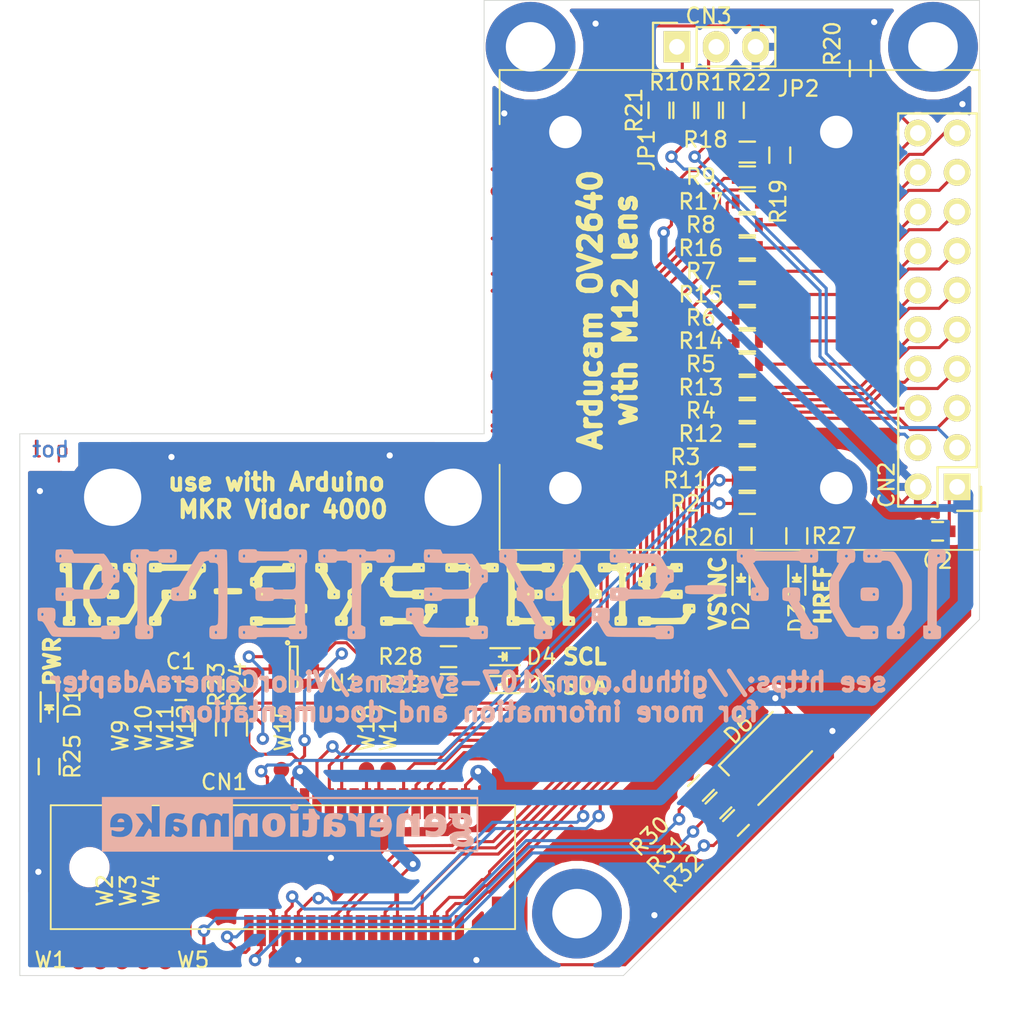
<source format=kicad_pcb>
(kicad_pcb (version 20171130) (host pcbnew 5.1.5-52549c5~84~ubuntu18.04.1)
  (layers (0 F.Cu signal) (31 B.Cu signal) (34 B.Paste user) (35 F.Paste user) (36 B.SilkS user) (37 F.SilkS user) (38 B.Mask user) (39 F.Mask user) (44 Edge.Cuts user))
  (net 0 "")
  (net 1 +3V3)
  (net 2 GND)
  (net 3 /VSYNC)
  (net 4 /PCLK)
  (net 5 /XCLK)
  (net 6 /HREF)
  (net 7 /RST)
  (net 8 /DOUT9)
  (net 9 /PWDN)
  (net 10 /DOUT8)
  (net 11 /DOUT7)
  (net 12 /DOUT5)
  (net 13 /DOUT6)
  (net 14 /DOUT3)
  (net 15 /DOUT4)
  (net 16 /DOUT1)
  (net 17 /DOUT2)
  (net 18 /DOUT0)
  (net 19 /SCL)
  (net 20 /SDA)
  (net 21 /SCL_R)
  (net 22 /SDA_R)
  (net 23 /VSYNC_R)
  (net 24 /HREF_R)
  (net 25 /PCLK_R)
  (net 26 /XCLK_R)
  (net 27 /DOUT9_R)
  (net 28 /DOUT8_R)
  (net 29 /DOUT7_R)
  (net 30 /DOUT6_R)
  (net 31 /DOUT5_R)
  (net 32 /DOUT4_R)
  (net 33 /DOUT3_R)
  (net 34 /DOUT2_R)
  (net 35 /DOUT1_R)
  (net 36 /DOUT0_R)
  (net 37 /RST_R)
  (net 38 /PWDN_R)
  (net 39 /RSVD0)
  (net 40 /RSVD1)
  (net 41 /RSVD2)
  (net 42 /RSVD3)
  (net 43 /RSVD4)
  (net 44 /RSVD5)
  (net 45 /RSVD6)
  (net 46 /RSVD7)
  (net 47 /RSVD8)
  (net 48 /PEX_RST)
  (net 49 /USB_DM)
  (net 50 /USB_DP)
  (net 51 /LED_B)
  (net 52 /LED_G)
  (net 53 /SCL_V)
  (net 54 /SDA_V)
  (net 55 /LED_R)
  (net 56 "Net-(D1-Pad2)")
  (net 57 "Net-(D2-Pad2)")
  (net 58 "Net-(D3-Pad2)")
  (net 59 "Net-(D4-Pad2)")
  (net 60 "Net-(D5-Pad2)")
  (net 61 "Net-(D6-Pad1)")
  (net 62 "Net-(D6-Pad2)")
  (net 63 "Net-(D6-Pad3)")
  (net 64 /SCL_B)
  (net 65 /SDA_B)
  (net 66 "Net-(JP1-Pad2)")
  (net 67 "Net-(JP2-Pad2)")
  (module labels:generationmake_logo (layer B.Cu) (at 95.5 132.5 180)
    (fp_text reference G*** hide)
    (fp_text value generationmake_logo hide)
  )
  (module resistors:R_0603 (layer F.Cu) (at 125 106.5 180)
    (fp_text reference R2 (at 4 0) (layer F.SilkS))
    (fp_text value 33R)
    (pad 2 smd rect (at 0.75 0 180) (size 0.5 0.9) (layers F.Cu F.Paste F.Mask) (net 3 /VSYNC))
    (pad 1 smd rect (at -0.75 0 180) (size 0.5 0.9) (layers F.Cu F.Paste F.Mask) (net 23 /VSYNC_R))
  )
  (module resistors:R_0603 (layer F.Cu) (at 124.6 108.6 90)
    (fp_text reference R26 (at -0.1 -2.3 180) (layer F.SilkS))
    (fp_text value 1k)
    (pad 2 smd rect (at 0.75 0 90) (size 0.5 0.9) (layers F.Cu F.Paste F.Mask) (net 3 /VSYNC))
    (pad 1 smd rect (at -0.75 0 90) (size 0.5 0.9) (layers F.Cu F.Paste F.Mask) (net 57 "Net-(D2-Pad2)"))
  )
  (module labels:107-systems_logo_big (layer B.Cu) (at 108.5 112.4 180)
    (fp_text reference G*** hide)
    (fp_text value LOGO hide)
  )
  (module labels:107-systems_logo (layer F.Cu) (at 101.1 112.4)
    (fp_text reference G*** hide)
    (fp_text value LOGO hide)
  )
  (module connectors_pci-express:MPCIe_4mm (layer F.Cu) (at 95 130)
    (fp_text reference CN1 (at -3.8 -5.5) (layer F.SilkS))
    (fp_text value TE_2041119-2)
    (pad "" np_thru_hole circle (at -12.5 0) (size 1.6 1.6) (drill 1.6) (layers *.Cu *.Mask))
    (pad "" np_thru_hole circle (at 12.5 0) (size 1.1 1.1) (drill 1.1) (layers *.Cu *.Mask))
    (pad 0 smd rect (at 14.65 3.5) (size 2.3 3.2) (layers F.Cu F.Paste F.Mask))
    (pad 0 smd rect (at -14.65 3.5) (size 2.3 3.2) (layers F.Cu F.Paste F.Mask))
    (pad 52 smd rect (at 11.8 -4.1) (size 0.6 2) (layers F.Cu F.Paste F.Mask) (net 1 +3V3))
    (pad 51 smd rect (at 11.4 4.1) (size 0.6 2) (layers F.Cu F.Paste F.Mask) (net 8 /DOUT9))
    (pad 50 smd rect (at 11 -4.1) (size 0.6 2) (layers F.Cu F.Paste F.Mask) (net 2 GND))
    (pad 49 smd rect (at 10.6 4.1) (size 0.6 2) (layers F.Cu F.Paste F.Mask) (net 10 /DOUT8))
    (pad 48 smd rect (at 10.2 -4.1) (size 0.6 2) (layers F.Cu F.Paste F.Mask) (net 14 /DOUT3))
    (pad 47 smd rect (at 9.8 4.1) (size 0.6 2) (layers F.Cu F.Paste F.Mask) (net 11 /DOUT7))
    (pad 46 smd rect (at 9.4 -4.1) (size 0.6 2) (layers F.Cu F.Paste F.Mask) (net 17 /DOUT2))
    (pad 45 smd rect (at 9 4.1) (size 0.6 2) (layers F.Cu F.Paste F.Mask) (net 13 /DOUT6))
    (pad 44 smd rect (at 8.6 -4.1) (size 0.6 2) (layers F.Cu F.Paste F.Mask) (net 16 /DOUT1))
    (pad 43 smd rect (at 8.2 4.1) (size 0.6 2) (layers F.Cu F.Paste F.Mask) (net 2 GND))
    (pad 42 smd rect (at 7.8 -4.1) (size 0.6 2) (layers F.Cu F.Paste F.Mask) (net 18 /DOUT0))
    (pad 41 smd rect (at 7.4 4.1) (size 0.6 2) (layers F.Cu F.Paste F.Mask) (net 1 +3V3))
    (pad 40 smd rect (at 7 -4.1) (size 0.6 2) (layers F.Cu F.Paste F.Mask) (net 2 GND))
    (pad 39 smd rect (at 6.6 4.1) (size 0.6 2) (layers F.Cu F.Paste F.Mask) (net 1 +3V3))
    (pad 38 smd rect (at 6.2 -4.1) (size 0.6 2) (layers F.Cu F.Paste F.Mask) (net 50 /USB_DP))
    (pad 37 smd rect (at 5.8 4.1) (size 0.6 2) (layers F.Cu F.Paste F.Mask) (net 2 GND))
    (pad 36 smd rect (at 5.4 -4.1) (size 0.6 2) (layers F.Cu F.Paste F.Mask) (net 49 /USB_DM))
    (pad 35 smd rect (at 5 4.1) (size 0.6 2) (layers F.Cu F.Paste F.Mask) (net 2 GND))
    (pad 34 smd rect (at 4.6 -4.1) (size 0.6 2) (layers F.Cu F.Paste F.Mask) (net 2 GND))
    (pad 33 smd rect (at 4.2 4.1) (size 0.6 2) (layers F.Cu F.Paste F.Mask) (net 12 /DOUT5))
    (pad 32 smd rect (at 3.8 -4.1) (size 0.6 2) (layers F.Cu F.Paste F.Mask) (net 9 /PWDN))
    (pad 31 smd rect (at 3.4 4.1) (size 0.6 2) (layers F.Cu F.Paste F.Mask) (net 15 /DOUT4))
    (pad 30 smd rect (at 3 -4.1) (size 0.6 2) (layers F.Cu F.Paste F.Mask) (net 7 /RST))
    (pad 29 smd rect (at 2.6 4.1) (size 0.6 2) (layers F.Cu F.Paste F.Mask) (net 2 GND))
    (pad 28 smd rect (at 2.2 -4.1) (size 0.6 2) (layers F.Cu F.Paste F.Mask) (net 6 /HREF))
    (pad 27 smd rect (at 1.8 4.1) (size 0.6 2) (layers F.Cu F.Paste F.Mask) (net 2 GND))
    (pad 26 smd rect (at 1.4 -4.1) (size 0.6 2) (layers F.Cu F.Paste F.Mask) (net 2 GND))
    (pad 25 smd rect (at 1 4.1) (size 0.6 2) (layers F.Cu F.Paste F.Mask) (net 5 /XCLK))
    (pad 24 smd rect (at 0.6 -4.1) (size 0.6 2) (layers F.Cu F.Paste F.Mask) (net 1 +3V3))
    (pad 23 smd rect (at 0.2 4.1) (size 0.6 2) (layers F.Cu F.Paste F.Mask) (net 4 /PCLK))
    (pad 22 smd rect (at -0.2 -4.1) (size 0.6 2) (layers F.Cu F.Paste F.Mask) (net 48 /PEX_RST))
    (pad 21 smd rect (at -0.6 4.1) (size 0.6 2) (layers F.Cu F.Paste F.Mask) (net 2 GND))
    (pad 20 smd rect (at -1 -4.1) (size 0.6 2) (layers F.Cu F.Paste F.Mask) (net 3 /VSYNC))
    (pad 19 smd rect (at -1.4 4.1) (size 0.6 2) (layers F.Cu F.Paste F.Mask) (net 51 /LED_B))
    (pad 18 smd rect (at -1.8 -4.1) (size 0.6 2) (layers F.Cu F.Paste F.Mask) (net 2 GND))
    (pad 17 smd rect (at -2.2 4.1) (size 0.6 2) (layers F.Cu F.Paste F.Mask) (net 52 /LED_G))
    (pad 16 smd rect (at -5.8 -4.1) (size 0.6 2) (layers F.Cu F.Paste F.Mask) (net 53 /SCL_V))
    (pad 15 smd rect (at -6.2 4.1) (size 0.6 2) (layers F.Cu F.Paste F.Mask) (net 2 GND))
    (pad 14 smd rect (at -6.6 -4.1) (size 0.6 2) (layers F.Cu F.Paste F.Mask) (net 54 /SDA_V))
    (pad 13 smd rect (at -7 4.1) (size 0.6 2) (layers F.Cu F.Paste F.Mask) (net 55 /LED_R))
    (pad 12 smd rect (at -7.4 -4.1) (size 0.6 2) (layers F.Cu F.Paste F.Mask) (net 47 /RSVD8))
    (pad 11 smd rect (at -7.8 4.1) (size 0.6 2) (layers F.Cu F.Paste F.Mask) (net 46 /RSVD7))
    (pad 10 smd rect (at -8.2 -4.1) (size 0.6 2) (layers F.Cu F.Paste F.Mask) (net 45 /RSVD6))
    (pad 9 smd rect (at -8.6 4.1) (size 0.6 2) (layers F.Cu F.Paste F.Mask) (net 2 GND))
    (pad 8 smd rect (at -9 -4.1) (size 0.6 2) (layers F.Cu F.Paste F.Mask) (net 44 /RSVD5))
    (pad 7 smd rect (at -9.4 4.1) (size 0.6 2) (layers F.Cu F.Paste F.Mask) (net 43 /RSVD4))
    (pad 6 smd rect (at -9.8 -4.1) (size 0.6 2) (layers F.Cu F.Paste F.Mask) (net 42 /RSVD3))
    (pad 5 smd rect (at -10.2 4.1) (size 0.6 2) (layers F.Cu F.Paste F.Mask) (net 41 /RSVD2))
    (pad 4 smd rect (at -10.6 -4.1) (size 0.6 2) (layers F.Cu F.Paste F.Mask) (net 2 GND))
    (pad 3 smd rect (at -11 4.1) (size 0.6 2) (layers F.Cu F.Paste F.Mask) (net 40 /RSVD1))
    (pad 2 smd rect (at -11.4 -4.1) (size 0.6 2) (layers F.Cu F.Paste F.Mask) (net 1 +3V3))
    (pad 1 smd rect (at -11.8 4.1) (size 0.6 2) (layers F.Cu F.Paste F.Mask) (net 39 /RSVD0))
  )
  (module pin_headers:Pin_Header_Straight_1x03 (layer F.Cu) (at 120.46 77 90)
    (fp_text reference CN3 (at 2 2.04 180) (layer F.SilkS))
    (fp_text value DNI)
    (pad 3 thru_hole oval (at 0 5.08 90) (size 2.032 1.7272) (drill 1.016) (layers *.Cu *.Mask F.SilkS) (net 2 GND))
    (pad 2 thru_hole oval (at 0 2.54 90) (size 2.032 1.7272) (drill 1.016) (layers *.Cu *.Mask F.SilkS) (net 19 /SCL))
    (pad 1 thru_hole rect (at 0 0 90) (size 2.032 1.7272) (drill 1.016) (layers *.Cu *.Mask F.SilkS) (net 20 /SDA))
  )
  (module MECH_smd-spacer:WA-SMSI_9774015151 (layer F.Cu) (at 84 106.1)
    (fp_text reference MECH1 hide)
    (fp_text value WA-SMSI_9774015151 hide)
    (pad 1 thru_hole circle (at 0 0) (size 6 6) (drill 3.7) (layers F.Cu F.Mask))
  )
  (module MECH_smd-spacer:WA-SMSI_9774015151 (layer F.Cu) (at 106 106.1)
    (fp_text reference MECH2 hide)
    (fp_text value WA-SMSI_9774015151 hide)
    (pad 1 thru_hole circle (at 0 0) (size 6 6) (drill 3.7) (layers F.Cu F.Mask))
  )
  (module MECH_smd-spacer:WA-SMSI_97730606334 (layer F.Cu) (at 113.25 82.5)
    (fp_text reference MECH3 hide)
    (fp_text value WA-SMSI_97730606334 hide)
    (pad 1 thru_hole circle (at 0 0) (size 4 4) (drill 2.1) (layers F.Cu F.Mask))
  )
  (module MECH_smd-spacer:WA-SMSI_97730606334 (layer F.Cu) (at 113.25 105.5)
    (fp_text reference MECH4 hide)
    (fp_text value WA-SMSI_97730606334 hide)
    (pad 1 thru_hole circle (at 0 0) (size 4 4) (drill 2.1) (layers F.Cu F.Mask))
  )
  (module MECH_smd-spacer:WA-SMSI_97730606334 (layer F.Cu) (at 130.75 82.5)
    (fp_text reference MECH5 hide)
    (fp_text value WA-SMSI_97730606334 hide)
    (pad 1 thru_hole circle (at 0 0) (size 4 4) (drill 2.1) (layers F.Cu F.Mask))
  )
  (module MECH_smd-spacer:WA-SMSI_97730606334 (layer F.Cu) (at 130.75 105.5)
    (fp_text reference MECH6 hide)
    (fp_text value WA-SMSI_97730606334 hide)
    (pad 1 thru_hole circle (at 0 0) (size 4 4) (drill 2.1) (layers F.Cu F.Mask))
  )
  (module resistors:R_0603 (layer F.Cu) (at 122.5 81.1 90)
    (fp_text reference R1 (at 1.8 0.1 180) (layer F.SilkS))
    (fp_text value 33R)
    (pad 2 smd rect (at 0.75 0 90) (size 0.5 0.9) (layers F.Cu F.Paste F.Mask) (net 19 /SCL))
    (pad 1 smd rect (at -0.75 0 90) (size 0.5 0.9) (layers F.Cu F.Paste F.Mask) (net 21 /SCL_R))
  )
  (module resistors:R_0603 (layer F.Cu) (at 125 103.5 180)
    (fp_text reference R3 (at 4 0) (layer F.SilkS))
    (fp_text value 33R)
    (pad 2 smd rect (at 0.75 0 180) (size 0.5 0.9) (layers F.Cu F.Paste F.Mask) (net 4 /PCLK))
    (pad 1 smd rect (at -0.75 0 180) (size 0.5 0.9) (layers F.Cu F.Paste F.Mask) (net 25 /PCLK_R))
  )
  (module resistors:R_0603 (layer F.Cu) (at 125 100.5 180)
    (fp_text reference R4 (at 3 0) (layer F.SilkS))
    (fp_text value 33R)
    (pad 2 smd rect (at 0.75 0 180) (size 0.5 0.9) (layers F.Cu F.Paste F.Mask) (net 8 /DOUT9))
    (pad 1 smd rect (at -0.75 0 180) (size 0.5 0.9) (layers F.Cu F.Paste F.Mask) (net 27 /DOUT9_R))
  )
  (module resistors:R_0603 (layer F.Cu) (at 125 97.5 180)
    (fp_text reference R5 (at 3 0) (layer F.SilkS))
    (fp_text value 33R)
    (pad 2 smd rect (at 0.75 0 180) (size 0.5 0.9) (layers F.Cu F.Paste F.Mask) (net 11 /DOUT7))
    (pad 1 smd rect (at -0.75 0 180) (size 0.5 0.9) (layers F.Cu F.Paste F.Mask) (net 29 /DOUT7_R))
  )
  (module resistors:R_0603 (layer F.Cu) (at 125 94.5 180)
    (fp_text reference R6 (at 3 0) (layer F.SilkS))
    (fp_text value 33R)
    (pad 2 smd rect (at 0.75 0 180) (size 0.5 0.9) (layers F.Cu F.Paste F.Mask) (net 12 /DOUT5))
    (pad 1 smd rect (at -0.75 0 180) (size 0.5 0.9) (layers F.Cu F.Paste F.Mask) (net 31 /DOUT5_R))
  )
  (module resistors:R_0603 (layer F.Cu) (at 125 91.5 180)
    (fp_text reference R7 (at 3 0) (layer F.SilkS))
    (fp_text value 33R)
    (pad 2 smd rect (at 0.75 0 180) (size 0.5 0.9) (layers F.Cu F.Paste F.Mask) (net 14 /DOUT3))
    (pad 1 smd rect (at -0.75 0 180) (size 0.5 0.9) (layers F.Cu F.Paste F.Mask) (net 33 /DOUT3_R))
  )
  (module resistors:R_0603 (layer F.Cu) (at 125 88.5 180)
    (fp_text reference R8 (at 3 0) (layer F.SilkS))
    (fp_text value 33R)
    (pad 2 smd rect (at 0.75 0 180) (size 0.5 0.9) (layers F.Cu F.Paste F.Mask) (net 16 /DOUT1))
    (pad 1 smd rect (at -0.75 0 180) (size 0.5 0.9) (layers F.Cu F.Paste F.Mask) (net 35 /DOUT1_R))
  )
  (module resistors:R_0603 (layer F.Cu) (at 125 85.4 180)
    (fp_text reference R9 (at 3 0) (layer F.SilkS))
    (fp_text value 33R)
    (pad 2 smd rect (at 0.75 0 180) (size 0.5 0.9) (layers F.Cu F.Paste F.Mask) (net 7 /RST))
    (pad 1 smd rect (at -0.75 0 180) (size 0.5 0.9) (layers F.Cu F.Paste F.Mask) (net 37 /RST_R))
  )
  (module resistors:R_0603 (layer F.Cu) (at 120.9 81.1 270)
    (fp_text reference R10 (at -1.8 0.8 180) (layer F.SilkS))
    (fp_text value 33R)
    (pad 2 smd rect (at 0.75 0 270) (size 0.5 0.9) (layers F.Cu F.Paste F.Mask) (net 22 /SDA_R))
    (pad 1 smd rect (at -0.75 0 270) (size 0.5 0.9) (layers F.Cu F.Paste F.Mask) (net 20 /SDA))
  )
  (module resistors:R_0603 (layer F.Cu) (at 125 105)
    (fp_text reference R11 (at -4 0) (layer F.SilkS))
    (fp_text value 33R)
    (pad 2 smd rect (at 0.75 0) (size 0.5 0.9) (layers F.Cu F.Paste F.Mask) (net 24 /HREF_R))
    (pad 1 smd rect (at -0.75 0) (size 0.5 0.9) (layers F.Cu F.Paste F.Mask) (net 6 /HREF))
  )
  (module resistors:R_0603 (layer F.Cu) (at 125 102)
    (fp_text reference R12 (at -3 0) (layer F.SilkS))
    (fp_text value 33R)
    (pad 2 smd rect (at 0.75 0) (size 0.5 0.9) (layers F.Cu F.Paste F.Mask) (net 26 /XCLK_R))
    (pad 1 smd rect (at -0.75 0) (size 0.5 0.9) (layers F.Cu F.Paste F.Mask) (net 5 /XCLK))
  )
  (module resistors:R_0603 (layer F.Cu) (at 125 99)
    (fp_text reference R13 (at -3 0) (layer F.SilkS))
    (fp_text value 33R)
    (pad 2 smd rect (at 0.75 0) (size 0.5 0.9) (layers F.Cu F.Paste F.Mask) (net 28 /DOUT8_R))
    (pad 1 smd rect (at -0.75 0) (size 0.5 0.9) (layers F.Cu F.Paste F.Mask) (net 10 /DOUT8))
  )
  (module resistors:R_0603 (layer F.Cu) (at 125 96)
    (fp_text reference R14 (at -3 0) (layer F.SilkS))
    (fp_text value 33R)
    (pad 2 smd rect (at 0.75 0) (size 0.5 0.9) (layers F.Cu F.Paste F.Mask) (net 30 /DOUT6_R))
    (pad 1 smd rect (at -0.75 0) (size 0.5 0.9) (layers F.Cu F.Paste F.Mask) (net 13 /DOUT6))
  )
  (module resistors:R_0603 (layer F.Cu) (at 125 93)
    (fp_text reference R15 (at -3 0) (layer F.SilkS))
    (fp_text value 33R)
    (pad 2 smd rect (at 0.75 0) (size 0.5 0.9) (layers F.Cu F.Paste F.Mask) (net 32 /DOUT4_R))
    (pad 1 smd rect (at -0.75 0) (size 0.5 0.9) (layers F.Cu F.Paste F.Mask) (net 15 /DOUT4))
  )
  (module resistors:R_0603 (layer F.Cu) (at 125 90)
    (fp_text reference R16 (at -3 0) (layer F.SilkS))
    (fp_text value 33R)
    (pad 2 smd rect (at 0.75 0) (size 0.5 0.9) (layers F.Cu F.Paste F.Mask) (net 34 /DOUT2_R))
    (pad 1 smd rect (at -0.75 0) (size 0.5 0.9) (layers F.Cu F.Paste F.Mask) (net 17 /DOUT2))
  )
  (module resistors:R_0603 (layer F.Cu) (at 125 87)
    (fp_text reference R17 (at -3 0 180) (layer F.SilkS))
    (fp_text value 33R)
    (pad 2 smd rect (at 0.75 0) (size 0.5 0.9) (layers F.Cu F.Paste F.Mask) (net 36 /DOUT0_R))
    (pad 1 smd rect (at -0.75 0) (size 0.5 0.9) (layers F.Cu F.Paste F.Mask) (net 18 /DOUT0))
  )
  (module resistors:R_0603 (layer F.Cu) (at 125 83.8)
    (fp_text reference R18 (at -2.7 -0.8) (layer F.SilkS))
    (fp_text value 33R)
    (pad 2 smd rect (at 0.75 0) (size 0.5 0.9) (layers F.Cu F.Paste F.Mask) (net 38 /PWDN_R))
    (pad 1 smd rect (at -0.75 0) (size 0.5 0.9) (layers F.Cu F.Paste F.Mask) (net 9 /PWDN))
  )
  (module CON_wuerth:WR-PHD_61302021821 (layer F.Cu) (at 138.56 105.43 180)
    (fp_text reference CN2 (at 4.56 0.13 90) (layer F.SilkS))
    (fp_text value RS2-20-G)
    (pad 20 thru_hole oval (at 2.54 22.86 180) (size 1.7272 1.7272) (drill 1.016) (layers *.Cu *.Mask F.SilkS) (net 38 /PWDN_R))
    (pad 19 thru_hole oval (at 0 22.86 180) (size 1.7272 1.7272) (drill 1.016) (layers *.Cu *.Mask F.SilkS) (net 37 /RST_R))
    (pad 18 thru_hole oval (at 2.54 20.32 180) (size 1.7272 1.7272) (drill 1.016) (layers *.Cu *.Mask F.SilkS) (net 36 /DOUT0_R))
    (pad 17 thru_hole oval (at 0 20.32 180) (size 1.7272 1.7272) (drill 1.016) (layers *.Cu *.Mask F.SilkS) (net 35 /DOUT1_R))
    (pad 16 thru_hole oval (at 2.54 17.78 180) (size 1.7272 1.7272) (drill 1.016) (layers *.Cu *.Mask F.SilkS) (net 34 /DOUT2_R))
    (pad 15 thru_hole oval (at 0 17.78 180) (size 1.7272 1.7272) (drill 1.016) (layers *.Cu *.Mask F.SilkS) (net 33 /DOUT3_R))
    (pad 14 thru_hole oval (at 2.54 15.24 180) (size 1.7272 1.7272) (drill 1.016) (layers *.Cu *.Mask F.SilkS) (net 32 /DOUT4_R))
    (pad 13 thru_hole oval (at 0 15.24 180) (size 1.7272 1.7272) (drill 1.016) (layers *.Cu *.Mask F.SilkS) (net 31 /DOUT5_R))
    (pad 12 thru_hole oval (at 2.54 12.7 180) (size 1.7272 1.7272) (drill 1.016) (layers *.Cu *.Mask F.SilkS) (net 30 /DOUT6_R))
    (pad 11 thru_hole oval (at 0 12.7 180) (size 1.7272 1.7272) (drill 1.016) (layers *.Cu *.Mask F.SilkS) (net 29 /DOUT7_R))
    (pad 10 thru_hole oval (at 2.54 10.16 180) (size 1.7272 1.7272) (drill 1.016) (layers *.Cu *.Mask F.SilkS) (net 28 /DOUT8_R))
    (pad 9 thru_hole oval (at 0 10.16 180) (size 1.7272 1.7272) (drill 1.016) (layers *.Cu *.Mask F.SilkS) (net 27 /DOUT9_R))
    (pad 8 thru_hole oval (at 2.54 7.62 180) (size 1.7272 1.7272) (drill 1.016) (layers *.Cu *.Mask F.SilkS) (net 26 /XCLK_R))
    (pad 7 thru_hole oval (at 0 7.62 180) (size 1.7272 1.7272) (drill 1.016) (layers *.Cu *.Mask F.SilkS) (net 25 /PCLK_R))
    (pad 6 thru_hole oval (at 2.54 5.08 180) (size 1.7272 1.7272) (drill 1.016) (layers *.Cu *.Mask F.SilkS) (net 24 /HREF_R))
    (pad 5 thru_hole oval (at 0 5.08 180) (size 1.7272 1.7272) (drill 1.016) (layers *.Cu *.Mask F.SilkS) (net 23 /VSYNC_R))
    (pad 4 thru_hole oval (at 2.54 2.54 180) (size 1.7272 1.7272) (drill 1.016) (layers *.Cu *.Mask F.SilkS) (net 22 /SDA_R))
    (pad 3 thru_hole oval (at 0 2.54 180) (size 1.7272 1.7272) (drill 1.016) (layers *.Cu *.Mask F.SilkS) (net 21 /SCL_R))
    (pad 2 thru_hole oval (at 2.54 0 180) (size 1.7272 1.7272) (drill 1.016) (layers *.Cu *.Mask F.SilkS) (net 2 GND))
    (pad 1 thru_hole rect (at 0 0 180) (size 1.7272 1.7272) (drill 1.016) (layers *.Cu *.Mask F.SilkS) (net 1 +3V3))
  )
  (module wire_pads:SolderWirePad_single_1mmSMD (layer F.Cu) (at 81.8 136.1)
    (fp_text reference W1 (at -1.8 -0.1) (layer F.SilkS))
    (fp_text value TEST_1P)
    (pad 1 smd circle (at 0 0) (size 1 1) (layers F.Cu F.Mask) (net 39 /RSVD0))
  )
  (module wire_pads:SolderWirePad_single_1mmSMD (layer F.Cu) (at 83.2 136.1)
    (fp_text reference W2 (at 0.3 -4.6 90) (layer F.SilkS))
    (fp_text value TEST_1P)
    (pad 1 smd circle (at 0 0) (size 1 1) (layers F.Cu F.Mask) (net 40 /RSVD1))
  )
  (module wire_pads:SolderWirePad_single_1mmSMD (layer F.Cu) (at 84.6 136.1)
    (fp_text reference W3 (at 0.4 -4.6 90) (layer F.SilkS))
    (fp_text value TEST_1P)
    (pad 1 smd circle (at 0 0) (size 1 1) (layers F.Cu F.Mask) (net 41 /RSVD2))
  )
  (module wire_pads:SolderWirePad_single_1mmSMD (layer F.Cu) (at 86 136.1)
    (fp_text reference W4 (at 0.5 -4.6 90) (layer F.SilkS))
    (fp_text value TEST_1P)
    (pad 1 smd circle (at 0 0) (size 1 1) (layers F.Cu F.Mask) (net 43 /RSVD4))
  )
  (module wire_pads:SolderWirePad_single_1mmSMD (layer F.Cu) (at 87.4 136.1)
    (fp_text reference W5 (at 1.8 -0.1 180) (layer F.SilkS))
    (fp_text value TEST_1P)
    (pad 1 smd circle (at 0 0) (size 1 1) (layers F.Cu F.Mask) (net 46 /RSVD7))
  )
  (module wire_pads:SolderWirePad_single_1mmSMD (layer F.Cu) (at 84.7 123.6)
    (fp_text reference W9 (at -0.2 -2.1 90) (layer F.SilkS))
    (fp_text value TEST_1P)
    (pad 1 smd circle (at 0 0) (size 1 1) (layers F.Cu F.Mask) (net 42 /RSVD3))
  )
  (module wire_pads:SolderWirePad_single_1mmSMD (layer F.Cu) (at 86.1 123.6)
    (fp_text reference W10 (at -0.1 -2.6 90) (layer F.SilkS))
    (fp_text value TEST_1P)
    (pad 1 smd circle (at 0 0) (size 1 1) (layers F.Cu F.Mask) (net 44 /RSVD5))
  )
  (module wire_pads:SolderWirePad_single_1mmSMD (layer F.Cu) (at 87.5 123.6)
    (fp_text reference W11 (at -0.1 -2.6 90) (layer F.SilkS))
    (fp_text value TEST_1P)
    (pad 1 smd circle (at 0 0) (size 1 1) (layers F.Cu F.Mask) (net 45 /RSVD6))
  )
  (module wire_pads:SolderWirePad_single_1mmSMD (layer F.Cu) (at 88.9 123.6)
    (fp_text reference W12 (at -0.2 -2.6 90) (layer F.SilkS))
    (fp_text value TEST_1P)
    (pad 1 smd circle (at 0 0) (size 1 1) (layers F.Cu F.Mask) (net 47 /RSVD8))
  )
  (module wire_pads:SolderWirePad_single_1mmSMD (layer F.Cu) (at 94.9 123.7)
    (fp_text reference W15 (at 0.1 -2.7 90) (layer F.SilkS))
    (fp_text value TEST_1P)
    (pad 1 smd circle (at 0 0) (size 1 1) (layers F.Cu F.Mask) (net 48 /PEX_RST))
  )
  (module wire_pads:SolderWirePad_single_1mmSMD (layer F.Cu) (at 100.4 123.7)
    (fp_text reference W16 (at 0 -2.7 90) (layer F.SilkS))
    (fp_text value TEST_1P)
    (pad 1 smd circle (at 0 0) (size 1 1) (layers F.Cu F.Mask) (net 49 /USB_DM))
  )
  (module wire_pads:SolderWirePad_single_1mmSMD (layer F.Cu) (at 101.8 123.7)
    (fp_text reference W17 (at 0 -2.7 90) (layer F.SilkS))
    (fp_text value TEST_1P)
    (pad 1 smd circle (at 0 0) (size 1 1) (layers F.Cu F.Mask) (net 50 /USB_DP))
  )
  (module resistors:R_0603 (layer F.Cu) (at 127.1 84 90)
    (fp_text reference R19 (at -3 -0.1 90) (layer F.SilkS))
    (fp_text value 10k)
    (pad 2 smd rect (at 0.75 0 90) (size 0.5 0.9) (layers F.Cu F.Paste F.Mask) (net 1 +3V3))
    (pad 1 smd rect (at -0.75 0 90) (size 0.5 0.9) (layers F.Cu F.Paste F.Mask) (net 37 /RST_R))
  )
  (module resistors:R_0603 (layer F.Cu) (at 132.3 78.4 90)
    (fp_text reference R20 (at 1.6 -1.8 90) (layer F.SilkS))
    (fp_text value 10k)
    (pad 2 smd rect (at 0.75 0 90) (size 0.5 0.9) (layers F.Cu F.Paste F.Mask) (net 2 GND))
    (pad 1 smd rect (at -0.75 0 90) (size 0.5 0.9) (layers F.Cu F.Paste F.Mask) (net 38 /PWDN_R))
  )
  (module resistors:R_0603 (layer F.Cu) (at 119.3 81.1 90)
    (fp_text reference R21 (at 0 -1.6 90) (layer F.SilkS))
    (fp_text value 10k)
    (pad 2 smd rect (at 0.75 0 90) (size 0.5 0.9) (layers F.Cu F.Paste F.Mask) (net 20 /SDA))
    (pad 1 smd rect (at -0.75 0 90) (size 0.5 0.9) (layers F.Cu F.Paste F.Mask) (net 66 "Net-(JP1-Pad2)"))
  )
  (module resistors:R_0603 (layer F.Cu) (at 124.1 81.1 90)
    (fp_text reference R22 (at 1.8 1) (layer F.SilkS))
    (fp_text value 10k)
    (pad 2 smd rect (at 0.75 0 90) (size 0.5 0.9) (layers F.Cu F.Paste F.Mask) (net 19 /SCL))
    (pad 1 smd rect (at -0.75 0 90) (size 0.5 0.9) (layers F.Cu F.Paste F.Mask) (net 67 "Net-(JP2-Pad2)"))
  )
  (module resistors:R_0603 (layer F.Cu) (at 90 121 270)
    (fp_text reference R23 (at -2.8 -0.7 90) (layer F.SilkS))
    (fp_text value 0R)
    (pad 2 smd rect (at 0.75 0 270) (size 0.5 0.9) (layers F.Cu F.Paste F.Mask) (net 54 /SDA_V))
    (pad 1 smd rect (at -0.75 0 270) (size 0.5 0.9) (layers F.Cu F.Paste F.Mask) (net 20 /SDA))
  )
  (module resistors:R_0603 (layer F.Cu) (at 92 121 270)
    (fp_text reference R24 (at -2.8 -0.1 90) (layer F.SilkS))
    (fp_text value 0R)
    (pad 2 smd rect (at 0.75 0 270) (size 0.5 0.9) (layers F.Cu F.Paste F.Mask) (net 53 /SCL_V))
    (pad 1 smd rect (at -0.75 0 270) (size 0.5 0.9) (layers F.Cu F.Paste F.Mask) (net 19 /SCL))
  )
  (module resistors:R_0603 (layer F.Cu) (at 79.9 123.5 270)
    (fp_text reference R25 (at -0.65 -1.5 90) (layer F.SilkS))
    (fp_text value 1k)
    (pad 2 smd rect (at 0.75 0 270) (size 0.5 0.9) (layers F.Cu F.Paste F.Mask) (net 1 +3V3))
    (pad 1 smd rect (at -0.75 0 270) (size 0.5 0.9) (layers F.Cu F.Paste F.Mask) (net 56 "Net-(D1-Pad2)"))
  )
  (module resistors:R_0603 (layer F.Cu) (at 128.2 108.6 90)
    (fp_text reference R27 (at 0 2.4 180) (layer F.SilkS))
    (fp_text value 1k)
    (pad 2 smd rect (at 0.75 0 90) (size 0.5 0.9) (layers F.Cu F.Paste F.Mask) (net 6 /HREF))
    (pad 1 smd rect (at -0.75 0 90) (size 0.5 0.9) (layers F.Cu F.Paste F.Mask) (net 58 "Net-(D3-Pad2)"))
  )
  (module resistors:R_0603 (layer F.Cu) (at 105.7 116.4 180)
    (fp_text reference R28 (at 3.1 0) (layer F.SilkS))
    (fp_text value 1k)
    (pad 2 smd rect (at 0.75 0 180) (size 0.5 0.9) (layers F.Cu F.Paste F.Mask) (net 64 /SCL_B))
    (pad 1 smd rect (at -0.75 0 180) (size 0.5 0.9) (layers F.Cu F.Paste F.Mask) (net 59 "Net-(D4-Pad2)"))
  )
  (module resistors:R_0603 (layer F.Cu) (at 105.7 118.2 180)
    (fp_text reference R29 (at 3.1 0) (layer F.SilkS))
    (fp_text value 1k)
    (pad 2 smd rect (at 0.75 0 180) (size 0.5 0.9) (layers F.Cu F.Paste F.Mask) (net 65 /SDA_B))
    (pad 1 smd rect (at -0.75 0 180) (size 0.5 0.9) (layers F.Cu F.Paste F.Mask) (net 60 "Net-(D5-Pad2)"))
  )
  (module resistors:R_0603 (layer F.Cu) (at 122.006542 124.878914 225)
    (fp_text reference R30 (at 4.545019 0.131137 45) (layer F.SilkS))
    (fp_text value 1k)
    (pad 2 smd rect (at 0.75 0 225) (size 0.5 0.9) (layers F.Cu F.Paste F.Mask) (net 55 /LED_R))
    (pad 1 smd rect (at -0.75 0 225) (size 0.5 0.9) (layers F.Cu F.Paste F.Mask) (net 61 "Net-(D6-Pad1)"))
  )
  (module resistors:R_0603 (layer F.Cu) (at 123.137912 126.010285 225)
    (fp_text reference R31 (at 4.615729 0.104791 45) (layer F.SilkS))
    (fp_text value 1k)
    (pad 2 smd rect (at 0.75 0 225) (size 0.5 0.9) (layers F.Cu F.Paste F.Mask) (net 52 /LED_G))
    (pad 1 smd rect (at -0.75 0 225) (size 0.5 0.9) (layers F.Cu F.Paste F.Mask) (net 62 "Net-(D6-Pad2)"))
  )
  (module resistors:R_0603 (layer F.Cu) (at 124.269283 127.141655 225)
    (fp_text reference R32 (at 4.686441 0.078445 45) (layer F.SilkS))
    (fp_text value 1k)
    (pad 2 smd rect (at 0.75 0 225) (size 0.5 0.9) (layers F.Cu F.Paste F.Mask) (net 51 /LED_B))
    (pad 1 smd rect (at -0.75 0 225) (size 0.5 0.9) (layers F.Cu F.Paste F.Mask) (net 63 "Net-(D6-Pad3)"))
  )
  (module LEDs:LED_0603 (layer F.Cu) (at 79.9 119.8 270)
    (fp_text reference D1 (at -0.4 -1.5 90) (layer F.SilkS))
    (fp_text value "Led yellow")
    (pad 1 smd rect (at -0.7493 0 90) (size 0.79756 0.79756) (layers F.Cu F.Paste F.Mask) (net 2 GND))
    (pad 2 smd rect (at 0.7493 0 90) (size 0.79756 0.79756) (layers F.Cu F.Paste F.Mask) (net 56 "Net-(D1-Pad2)"))
  )
  (module LEDs:LED_0603 (layer F.Cu) (at 124.6 111.3 90)
    (fp_text reference D2 (at -2.5 0 90) (layer F.SilkS))
    (fp_text value "Led green")
    (pad 1 smd rect (at -0.7493 0 270) (size 0.79756 0.79756) (layers F.Cu F.Paste F.Mask) (net 2 GND))
    (pad 2 smd rect (at 0.7493 0 270) (size 0.79756 0.79756) (layers F.Cu F.Paste F.Mask) (net 57 "Net-(D2-Pad2)"))
  )
  (module LEDs:LED_0603 (layer F.Cu) (at 128.2 111.3 90)
    (fp_text reference D3 (at -2.6 0 90) (layer F.SilkS))
    (fp_text value "Led red")
    (pad 1 smd rect (at -0.7493 0 270) (size 0.79756 0.79756) (layers F.Cu F.Paste F.Mask) (net 2 GND))
    (pad 2 smd rect (at 0.7493 0 270) (size 0.79756 0.79756) (layers F.Cu F.Paste F.Mask) (net 58 "Net-(D3-Pad2)"))
  )
  (module LEDs:LED_0603 (layer F.Cu) (at 109.2 116.4 180)
    (fp_text reference D4 (at -2.5 0) (layer F.SilkS))
    (fp_text value "Led green")
    (pad 1 smd rect (at -0.7493 0) (size 0.79756 0.79756) (layers F.Cu F.Paste F.Mask) (net 2 GND))
    (pad 2 smd rect (at 0.7493 0) (size 0.79756 0.79756) (layers F.Cu F.Paste F.Mask) (net 59 "Net-(D4-Pad2)"))
  )
  (module LEDs:LED_0603 (layer F.Cu) (at 109.2 118.2 180)
    (fp_text reference D5 (at -2.5 0) (layer F.SilkS))
    (fp_text value "Led red")
    (pad 1 smd rect (at -0.7493 0) (size 0.79756 0.79756) (layers F.Cu F.Paste F.Mask) (net 2 GND))
    (pad 2 smd rect (at 0.7493 0) (size 0.79756 0.79756) (layers F.Cu F.Paste F.Mask) (net 60 "Net-(D5-Pad2)"))
  )
  (module LEDs:LED_RGB_PLLC-6 (layer F.Cu) (at 126.249182 122.899015 45)
    (fp_text reference D6 (at 0 -2.55 225) (layer F.SilkS))
    (fp_text value 150353M153300)
    (pad 6 smd rect (at 1.55 -1.1 135) (size 0.7 1.3) (layers F.Cu F.Paste F.Mask) (net 1 +3V3))
    (pad 5 smd rect (at 1.55 0 135) (size 0.7 1.3) (layers F.Cu F.Paste F.Mask) (net 1 +3V3))
    (pad 4 smd rect (at 1.55 1.1 135) (size 0.7 1.3) (layers F.Cu F.Paste F.Mask) (net 1 +3V3))
    (pad 3 smd rect (at -1.55 1.1 135) (size 0.7 1.3) (layers F.Cu F.Paste F.Mask) (net 63 "Net-(D6-Pad3)"))
    (pad 2 smd rect (at -1.55 0 135) (size 0.7 1.3) (layers F.Cu F.Paste F.Mask) (net 62 "Net-(D6-Pad2)"))
    (pad 1 smd rect (at -1.55 -1.1 135) (size 0.7 1.3) (layers F.Cu F.Paste F.Mask) (net 61 "Net-(D6-Pad1)"))
  )
  (module capacitors:C_0603 (layer F.Cu) (at 88.4 118.6)
    (fp_text reference C1 (at 0 -1.9) (layer F.SilkS))
    (fp_text value 100nF)
    (pad 2 smd rect (at 0.75 0) (size 0.8 0.75) (layers F.Cu F.Paste F.Mask) (net 2 GND))
    (pad 1 smd rect (at -0.75 0) (size 0.8 0.75) (layers F.Cu F.Paste F.Mask) (net 1 +3V3))
  )
  (module capacitors:C_0603 (layer F.Cu) (at 137.3 108.3 180)
    (fp_text reference C2 (at 0 -1.9) (layer F.SilkS))
    (fp_text value 100nF)
    (pad 2 smd rect (at 0.75 0 180) (size 0.8 0.75) (layers F.Cu F.Paste F.Mask) (net 2 GND))
    (pad 1 smd rect (at -0.75 0 180) (size 0.8 0.75) (layers F.Cu F.Paste F.Mask) (net 1 +3V3))
  )
  (module SOT_TO:SOT-23-6 (layer F.Cu) (at 95.7 117.2)
    (fp_text reference U1 (at 3.3 0.9) (layer F.SilkS))
    (fp_text value SN74LVC2G34DBV)
    (pad 5 smd rect (at 1.1 0) (size 1.06 0.65) (layers F.Cu F.Paste F.Mask) (net 1 +3V3))
    (pad 6 smd rect (at 1.1 -0.95) (size 1.06 0.65) (layers F.Cu F.Paste F.Mask) (net 64 /SCL_B))
    (pad 4 smd rect (at 1.1 0.95) (size 1.06 0.65) (layers F.Cu F.Paste F.Mask) (net 65 /SDA_B))
    (pad 3 smd rect (at -1.1 0.95) (size 1.06 0.65) (layers F.Cu F.Paste F.Mask) (net 20 /SDA))
    (pad 2 smd rect (at -1.1 0) (size 1.06 0.65) (layers F.Cu F.Paste F.Mask) (net 2 GND))
    (pad 1 smd rect (at -1.1 -0.95) (size 1.06 0.65) (layers F.Cu F.Paste F.Mask) (net 19 /SCL))
  )
  (module MECH_mounting_holes:MHP_3.2_5.8 (layer F.Cu) (at 114 133)
    (fp_text reference MECH7 hide)
    (fp_text value MHP_3.2_5.8)
    (pad 1 thru_hole circle (at 0 0) (size 5.8 5.8) (drill 3.2) (layers *.Cu *.Mask))
  )
  (module MECH_mounting_holes:MHP_3.2_5.8 (layer F.Cu) (at 111 77)
    (fp_text reference MECH8 hide)
    (fp_text value MHP_3.2_5.8)
    (pad 1 thru_hole circle (at 0 0) (size 5.8 5.8) (drill 3.2) (layers *.Cu *.Mask))
  )
  (module MECH_mounting_holes:MHP_3.2_5.8 (layer F.Cu) (at 137 77)
    (fp_text reference MECH9 hide)
    (fp_text value MHP_3.2_5.8)
    (pad 1 thru_hole circle (at 0 0) (size 5.8 5.8) (drill 3.2) (layers *.Cu *.Mask))
  )
  (module wire_pads:SolderJumper_2mm (layer F.Cu) (at 119.6 86.1 180)
    (fp_text reference JP1 (at 1.1 2.4 90) (layer F.SilkS))
    (fp_text value Jumper_NC_Small)
    (pad 1 smd trapezoid (at -0.5 0) (size 0.7 2) (rect_delta 0.7 0) (layers F.Cu F.Paste F.Mask) (net 1 +3V3))
    (pad 2 smd trapezoid (at 0.5 0 180) (size 0.7 2) (rect_delta 0.7 0) (layers F.Cu F.Paste F.Mask) (net 66 "Net-(JP1-Pad2)"))
  )
  (module wire_pads:SolderJumper_2mm (layer F.Cu) (at 126.2 81.1 180)
    (fp_text reference JP2 (at -2.1 1.4) (layer F.SilkS))
    (fp_text value Jumper_NC_Small)
    (pad 1 smd trapezoid (at -0.5 0) (size 0.7 2) (rect_delta 0.7 0) (layers F.Cu F.Paste F.Mask) (net 1 +3V3))
    (pad 2 smd trapezoid (at 0.5 0 180) (size 0.7 2) (rect_delta 0.7 0) (layers F.Cu F.Paste F.Mask) (net 67 "Net-(JP2-Pad2)"))
  )
  (gr_text "use with Arduino \nMKR Vidor 4000" (at 95 106) (layer F.SilkS) (effects (font (size 1.1 1.1) (thickness 0.275))))
  (gr_text "see https://github.com/107-systems/VidorCameraAdapter\nfor more information and documentation" (at 107 119) (layer B.SilkS) (effects (font (size 1.2 1.2) (thickness 0.3)) (justify mirror)))
  (gr_text bot (at 80 103) (layer B.Cu) (effects (font (size 1 1)) (justify mirror)))
  (gr_text top (at 80 103) (layer F.Cu) (effects (font (size 1 1))))
  (gr_text "Arducam OV2640\nwith M12 lens" (at 116 94 90) (layer F.SilkS) (effects (font (size 1.4 1.4) (thickness 0.35))))
  (gr_line (start 109 109.5) (end 109 104) (layer F.SilkS) (width 0.12))
  (gr_text "VidorCameraAdapter 0.1" (at 109.1 93.5 90) (layer F.Cu) (effects (font (size 1 1) (thickness 0.25))))
  (gr_text SCL (at 114.5 116.4) (layer F.SilkS) (effects (font (size 1 1) (thickness 0.25))))
  (gr_text SDA (at 114.5 118.3) (layer F.SilkS) (effects (font (size 1 1) (thickness 0.25))))
  (gr_text HREF (at 129.9 112.4 90) (layer F.SilkS) (effects (font (size 1 1) (thickness 0.25))))
  (gr_text VSYNC (at 123.1 112.3 90) (layer F.SilkS) (effects (font (size 1 1) (thickness 0.25))))
  (gr_text PWR (at 80.1 116.7 90) (layer F.SilkS) (effects (font (size 1 1) (thickness 0.25))))
  (gr_line (start 117 137) (end 140 114) (layer Edge.Cuts) (width 0.05))
  (gr_line (start 108 102) (end 108 74) (layer Edge.Cuts) (width 0.05))
  (gr_line (start 78 102) (end 108 102) (layer Edge.Cuts) (width 0.05))
  (gr_line (start 109 78.5) (end 140 78.5) (layer F.SilkS) (width 0.12))
  (gr_line (start 109 82) (end 109 78.5) (layer F.SilkS) (width 0.12))
  (gr_line (start 140 109.5) (end 109 109.5) (layer F.SilkS) (width 0.12))
  (gr_line (start 140 78.5) (end 140 109.5) (layer F.SilkS) (width 0.12))
  (gr_line (start 78 137) (end 78 102) (layer Edge.Cuts) (width 0.05))
  (gr_line (start 117 137) (end 78 137) (layer Edge.Cuts) (width 0.05))
  (gr_line (start 140 74) (end 140 114) (layer Edge.Cuts) (width 0.05))
  (gr_line (start 108 74) (end 140 74) (layer Edge.Cuts) (width 0.05))
  (segment (start 95.6 124.5) (end 95.6 124.3) (width 0.2) (layer F.Cu) (net 1))
  (segment (start 95.6 124.3) (end 96.1 123.8) (width 0.2) (layer F.Cu) (net 1))
  (segment (start 95.6 124.5) (end 95.6 125.9) (width 0.2) (layer F.Cu) (net 1))
  (segment (start 101.6 132.9) (end 102.3 132.2) (width 0.2) (layer F.Cu) (net 1))
  (segment (start 101.6 134.1) (end 101.6 132.9) (width 0.2) (layer F.Cu) (net 1))
  (via (at 103.4 129.8) (size 0.8) (drill 0.4) (layers F.Cu B.Cu) (net 1))
  (segment (start 102.3 132.2) (end 102.3 131.4) (width 0.2) (layer F.Cu) (net 1))
  (segment (start 102.4 131.5) (end 102.3 131.4) (width 0.2) (layer F.Cu) (net 1))
  (segment (start 102.4 134.1) (end 102.4 131.5) (width 0.2) (layer F.Cu) (net 1))
  (segment (start 96.20001 123.90001) (end 96.1 123.90001) (width 1) (layer B.Cu) (net 1))
  (segment (start 97.80001 125.50001) (end 96.20001 123.90001) (width 1) (layer B.Cu) (net 1))
  (segment (start 107.70001 123.90001) (end 107.6 123.90001) (width 1) (layer B.Cu) (net 1))
  (segment (start 108.29999 124.49999) (end 107.70001 123.90001) (width 1) (layer B.Cu) (net 1))
  (segment (start 108.29999 125.50001) (end 108.29999 124.49999) (width 1) (layer B.Cu) (net 1))
  (segment (start 108.29999 125.50001) (end 103.1 125.5) (width 1) (layer B.Cu) (net 1))
  (segment (start 102.3 126.3) (end 103.1 125.5) (width 1) (layer B.Cu) (net 1))
  (segment (start 103.1 125.5) (end 97.80001 125.50001) (width 1) (layer B.Cu) (net 1))
  (via (at 96.1 123.8) (size 0.8) (drill 0.4) (layers F.Cu B.Cu) (net 1))
  (segment (start 107.6 123.9) (end 107.6 123.8) (width 0.2) (layer F.Cu) (net 1))
  (segment (start 106.8 125.9) (end 106.8 124.7) (width 0.2) (layer F.Cu) (net 1))
  (segment (start 106.8 124.7) (end 107.6 123.9) (width 0.2) (layer F.Cu) (net 1))
  (via (at 107.6 123.8) (size 0.8) (drill 0.4) (layers F.Cu B.Cu) (net 1))
  (segment (start 96.1 123.234315) (end 96.1 123.8) (width 0.2) (layer F.Cu) (net 1))
  (segment (start 102.4 130.8) (end 103.4 129.8) (width 0.2) (layer F.Cu) (net 1))
  (segment (start 102.4 131.5) (end 102.4 130.8) (width 0.2) (layer F.Cu) (net 1))
  (segment (start 102.3 128.7) (end 103.4 129.8) (width 1) (layer B.Cu) (net 1))
  (segment (start 102.3 127.7) (end 102.3 128.7) (width 1) (layer B.Cu) (net 1))
  (segment (start 102.3 127.7) (end 102.3 126.3) (width 1) (layer B.Cu) (net 1))
  (segment (start 128.724056 121.979776) (end 128.724056 120.989826) (width 0.2) (layer F.Cu) (net 1))
  (segment (start 128.123015 122.580817) (end 128.724056 121.979776) (width 0.2) (layer F.Cu) (net 1))
  (via (at 126.814868 119.080638) (size 0.8) (drill 0.4) (layers F.Cu B.Cu) (net 1))
  (segment (start 127.345198 121.802999) (end 128.441213 120.706984) (width 0.2) (layer F.Cu) (net 1))
  (segment (start 128.724056 120.989826) (end 128.441213 120.706984) (width 0.2) (layer F.Cu) (net 1))
  (segment (start 126.56738 121.025182) (end 127.521974 120.070588) (width 0.2) (layer F.Cu) (net 1))
  (segment (start 128.441213 120.706984) (end 127.521974 119.787745) (width 0.2) (layer F.Cu) (net 1))
  (segment (start 127.521974 120.070588) (end 127.521974 119.787745) (width 0.2) (layer F.Cu) (net 1))
  (segment (start 127.521974 119.787745) (end 126.814868 119.080638) (width 0.2) (layer F.Cu) (net 1))
  (via (at 119.6 89) (size 0.8) (drill 0.4) (layers F.Cu B.Cu) (net 1))
  (segment (start 83.6 123.4) (end 83.6 123.6) (width 0.2) (layer F.Cu) (net 1))
  (segment (start 83.6 125.9) (end 83.6 123.4) (width 0.2) (layer F.Cu) (net 1))
  (segment (start 126.814868 119.080638) (end 125.752551 119.080638) (width 1) (layer B.Cu) (net 1))
  (segment (start 82.95 124.25) (end 83.6 123.6) (width 0.2) (layer F.Cu) (net 1))
  (segment (start 79.9 124.25) (end 82.95 124.25) (width 0.2) (layer F.Cu) (net 1))
  (segment (start 139.1 105.97) (end 138.56 105.43) (width 1) (layer B.Cu) (net 1))
  (segment (start 139.1 113) (end 139.1 105.97) (width 1) (layer B.Cu) (net 1))
  (segment (start 126.814868 119.080638) (end 133.019362 119.080638) (width 1) (layer B.Cu) (net 1))
  (segment (start 133.019362 119.080638) (end 139.1 113) (width 1) (layer B.Cu) (net 1))
  (via (at 98.8 116.2) (size 0.8) (drill 0.4) (layers F.Cu B.Cu) (net 1))
  (via (at 96.4 121.8) (size 0.8) (drill 0.4) (layers F.Cu B.Cu) (net 1))
  (segment (start 96.4 122.8) (end 96.1 123.1) (width 0.2) (layer F.Cu) (net 1))
  (segment (start 96.4 121.8) (end 96.4 122.8) (width 0.2) (layer F.Cu) (net 1))
  (segment (start 96.1 123.1) (end 96.1 123.234315) (width 0.2) (layer F.Cu) (net 1))
  (segment (start 84 122.8) (end 83.6 123.2) (width 0.2) (layer F.Cu) (net 1))
  (segment (start 87.4 122.8) (end 84 122.8) (width 0.2) (layer F.Cu) (net 1))
  (segment (start 92.690002 121.2) (end 89.000001 121.199999) (width 0.2) (layer F.Cu) (net 1))
  (segment (start 83.6 123.2) (end 83.6 123.4) (width 0.2) (layer F.Cu) (net 1))
  (segment (start 96.1 123.1) (end 95.9 123) (width 0.2) (layer F.Cu) (net 1))
  (segment (start 95.9 123) (end 95.6 122.7) (width 0.2) (layer F.Cu) (net 1))
  (segment (start 95.6 122.7) (end 93.4 122.7) (width 0.2) (layer F.Cu) (net 1))
  (segment (start 93.4 122.7) (end 92.8 122.1) (width 0.2) (layer F.Cu) (net 1))
  (segment (start 89.000001 121.199999) (end 87.4 122.8) (width 0.2) (layer F.Cu) (net 1))
  (segment (start 92.8 121.309998) (end 92.690002 121.2) (width 0.2) (layer F.Cu) (net 1))
  (segment (start 92.8 122.1) (end 92.8 121.309998) (width 0.2) (layer F.Cu) (net 1))
  (segment (start 97.8 117.2) (end 98.8 116.2) (width 0.2) (layer F.Cu) (net 1))
  (segment (start 96.8 117.2) (end 97.8 117.2) (width 0.2) (layer F.Cu) (net 1))
  (segment (start 96.4 118.6) (end 98.8 116.2) (width 0.2) (layer B.Cu) (net 1))
  (segment (start 96.4 121.8) (end 96.4 118.6) (width 0.2) (layer B.Cu) (net 1))
  (segment (start 87.65 119.849998) (end 87.65 118.6) (width 0.2) (layer F.Cu) (net 1))
  (segment (start 89.000001 121.199999) (end 87.65 119.849998) (width 0.2) (layer F.Cu) (net 1))
  (segment (start 138.05 105.94) (end 138.56 105.43) (width 0.2) (layer F.Cu) (net 1))
  (segment (start 138.05 108.3) (end 138.05 105.94) (width 0.2) (layer F.Cu) (net 1))
  (segment (start 119.333179 125.50001) (end 125.752551 119.080638) (width 1) (layer B.Cu) (net 1))
  (segment (start 108.29999 125.50001) (end 119.333179 125.50001) (width 1) (layer B.Cu) (net 1))
  (segment (start 120.1 88.5) (end 120.1 86.1) (width 0.2) (layer F.Cu) (net 1))
  (segment (start 119.6 89) (end 120.1 88.5) (width 0.2) (layer F.Cu) (net 1))
  (segment (start 126.7 82.85) (end 127.1 83.25) (width 0.2) (layer F.Cu) (net 1))
  (segment (start 126.7 81.1) (end 126.7 82.85) (width 0.2) (layer F.Cu) (net 1))
  (segment (start 138.56 106.7936) (end 138.4536 106.9) (width 0.5) (layer B.Cu) (net 1))
  (segment (start 138.56 105.43) (end 138.56 106.7936) (width 0.5) (layer B.Cu) (net 1))
  (segment (start 133.200001 104.323999) (end 131.926001 103.049999) (width 0.5) (layer B.Cu) (net 1))
  (segment (start 133.200001 105.700001) (end 133.200001 104.323999) (width 0.5) (layer B.Cu) (net 1))
  (segment (start 138.56 106.7936) (end 134.2936 106.7936) (width 0.5) (layer B.Cu) (net 1))
  (segment (start 134.2936 106.7936) (end 133.200001 105.700001) (width 0.5) (layer B.Cu) (net 1))
  (segment (start 119.6 90.723998) (end 119.6 89) (width 0.5) (layer B.Cu) (net 1))
  (segment (start 131.926001 103.049999) (end 119.6 90.723998) (width 0.5) (layer B.Cu) (net 1))
  (segment (start 121.2 85) (end 120.1 86.1) (width 0.2) (layer F.Cu) (net 1))
  (segment (start 126.1 82.9) (end 123.836002 82.9) (width 0.2) (layer F.Cu) (net 1))
  (segment (start 121.736002 85) (end 121.2 85) (width 0.2) (layer F.Cu) (net 1))
  (segment (start 123.836002 82.9) (end 121.736002 85) (width 0.2) (layer F.Cu) (net 1))
  (segment (start 127.1 83.25) (end 126.45 83.25) (width 0.2) (layer F.Cu) (net 1))
  (segment (start 126.45 83.25) (end 126.1 82.9) (width 0.2) (layer F.Cu) (net 1))
  (segment (start 103.2 135.3) (end 102.5 136) (width 0.2) (layer F.Cu) (net 2))
  (segment (start 103.2 134.1) (end 103.2 135.3) (width 0.2) (layer F.Cu) (net 2))
  (segment (start 86.4 132.9) (end 86.4 134.1) (width 0.2) (layer F.Cu) (net 2))
  (segment (start 84.4 125.9) (end 84.4 127.1) (width 0.2) (layer F.Cu) (net 2))
  (segment (start 93.2 125.9) (end 93.2 129.4) (width 0.2) (layer F.Cu) (net 2))
  (segment (start 94.4 130.6) (end 94.4 134.1) (width 0.2) (layer F.Cu) (net 2))
  (segment (start 93.2 129.4) (end 94.4 130.6) (width 0.2) (layer F.Cu) (net 2))
  (segment (start 96.8 134.1) (end 96.8 135.7) (width 0.2) (layer F.Cu) (net 2))
  (segment (start 96.8 135.7) (end 96.5 136) (width 0.2) (layer F.Cu) (net 2))
  (segment (start 97.6 135.6) (end 97.2 136) (width 0.2) (layer F.Cu) (net 2))
  (segment (start 97.6 134.1) (end 97.6 135.6) (width 0.2) (layer F.Cu) (net 2))
  (segment (start 97.2 136) (end 96.5 136) (width 0.2) (layer F.Cu) (net 2))
  (segment (start 100 135.7) (end 99.7 136) (width 0.2) (layer F.Cu) (net 2))
  (segment (start 100 134.1) (end 100 135.7) (width 0.2) (layer F.Cu) (net 2))
  (segment (start 99.7 136) (end 97.2 136) (width 0.2) (layer F.Cu) (net 2))
  (segment (start 100.8 135.6) (end 100.4 136) (width 0.2) (layer F.Cu) (net 2))
  (segment (start 100.8 134.1) (end 100.8 135.6) (width 0.2) (layer F.Cu) (net 2))
  (segment (start 100.4 136) (end 99.7 136) (width 0.2) (layer F.Cu) (net 2))
  (segment (start 102.1 136) (end 100.4 136) (width 0.2) (layer F.Cu) (net 2))
  (segment (start 102.5 136) (end 102.1 136) (width 0.2) (layer F.Cu) (net 2))
  (segment (start 106 126.940002) (end 105.440002 127.5) (width 0.2) (layer F.Cu) (net 2))
  (segment (start 106 125.9) (end 106 126.940002) (width 0.2) (layer F.Cu) (net 2))
  (segment (start 104.250041 127.549959) (end 102.850041 127.549959) (width 0.2) (layer F.Cu) (net 2))
  (segment (start 105.440002 127.5) (end 104.3 127.5) (width 0.2) (layer F.Cu) (net 2))
  (segment (start 104.3 127.5) (end 104.250041 127.549959) (width 0.2) (layer F.Cu) (net 2))
  (segment (start 102.850041 127.549959) (end 101 129.4) (width 0.2) (layer F.Cu) (net 2))
  (segment (start 96.4 125.9) (end 96.4 128.8) (width 0.2) (layer F.Cu) (net 2))
  (segment (start 97 129.4) (end 97.2 129.4) (width 0.2) (layer F.Cu) (net 2))
  (segment (start 96.4 128.8) (end 97 129.4) (width 0.2) (layer F.Cu) (net 2))
  (segment (start 97.2 129.4) (end 93.2 129.4) (width 0.2) (layer F.Cu) (net 2))
  (segment (start 99.799999 128.799999) (end 100.4 129.4) (width 0.2) (layer F.Cu) (net 2))
  (segment (start 101 129.4) (end 100.4 129.4) (width 0.2) (layer F.Cu) (net 2))
  (segment (start 99.799999 126.699999) (end 99.799999 128.799999) (width 0.2) (layer F.Cu) (net 2))
  (segment (start 99.6 126.5) (end 99.799999 126.699999) (width 0.2) (layer F.Cu) (net 2))
  (segment (start 99.6 125.9) (end 99.6 126.5) (width 0.2) (layer F.Cu) (net 2))
  (segment (start 100.4 129.4) (end 98.1 129.4) (width 0.2) (layer F.Cu) (net 2))
  (segment (start 102.449959 127.549959) (end 102.850041 127.549959) (width 0.2) (layer F.Cu) (net 2))
  (segment (start 102 127.1) (end 102.449959 127.549959) (width 0.2) (layer F.Cu) (net 2))
  (segment (start 102 125.9) (end 102 127.1) (width 0.2) (layer F.Cu) (net 2))
  (segment (start 94.4 135.3) (end 95 135.9) (width 0.2) (layer F.Cu) (net 2))
  (segment (start 94.4 134.1) (end 94.4 135.3) (width 0.2) (layer F.Cu) (net 2))
  (segment (start 96.5 136) (end 96 136) (width 0.2) (layer F.Cu) (net 2))
  (segment (start 95 135.9) (end 95 136) (width 0.2) (layer F.Cu) (net 2))
  (segment (start 94.4 132.9) (end 93.7 132.2) (width 0.2) (layer F.Cu) (net 2))
  (segment (start 94.4 134.1) (end 94.4 132.9) (width 0.2) (layer F.Cu) (net 2))
  (segment (start 87 132.2) (end 86.4 132.8) (width 0.2) (layer F.Cu) (net 2))
  (segment (start 86.4 129.1) (end 86.4 132.8) (width 0.2) (layer F.Cu) (net 2))
  (segment (start 86.4 132.8) (end 86.4 132.9) (width 0.2) (layer F.Cu) (net 2))
  (segment (start 88.8 132.3) (end 88.9 132.2) (width 0.2) (layer F.Cu) (net 2))
  (segment (start 93.7 132.2) (end 88.9 132.2) (width 0.2) (layer F.Cu) (net 2))
  (segment (start 88.8 134.1) (end 88.8 132.3) (width 0.2) (layer F.Cu) (net 2))
  (segment (start 88.9 132.2) (end 87 132.2) (width 0.2) (layer F.Cu) (net 2))
  (segment (start 108.2 136) (end 108.5 136.3) (width 0.2) (layer F.Cu) (net 2))
  (segment (start 102.1 136) (end 107.5 136) (width 0.2) (layer F.Cu) (net 2))
  (segment (start 118 75.6507) (end 117.7 75.9507) (width 0.2) (layer F.Cu) (net 2))
  (segment (start 125.54 75.66) (end 125.5493 75.6507) (width 0.2) (layer F.Cu) (net 2))
  (segment (start 125.54 77) (end 125.54 75.66) (width 0.2) (layer F.Cu) (net 2))
  (segment (start 128.9 75.6507) (end 125.5493 75.6507) (width 0.2) (layer F.Cu) (net 2))
  (segment (start 125.5493 75.6507) (end 118 75.6507) (width 0.2) (layer F.Cu) (net 2))
  (segment (start 130.8993 77.65) (end 128.9 75.6507) (width 0.2) (layer F.Cu) (net 2))
  (segment (start 132.3 77.65) (end 130.8993 77.65) (width 0.2) (layer F.Cu) (net 2))
  (segment (start 125.54 77) (end 125.54 75.784) (width 0.2) (layer B.Cu) (net 2))
  (segment (start 117.9 75.2) (end 117.9 83.7) (width 0.2) (layer B.Cu) (net 2))
  (segment (start 125.54 75.784) (end 124.756 75) (width 0.2) (layer B.Cu) (net 2))
  (segment (start 124.756 75) (end 118.1 75) (width 0.2) (layer B.Cu) (net 2))
  (segment (start 118.1 75) (end 117.9 75.2) (width 0.2) (layer B.Cu) (net 2))
  (segment (start 117.9 83.7) (end 121.6 87.4) (width 0.2) (layer B.Cu) (net 2))
  (segment (start 108.5 136.3) (end 117.1 136.3) (width 0.2) (layer F.Cu) (net 2))
  (segment (start 117.1 136.3) (end 130.5 122.9) (width 0.2) (layer F.Cu) (net 2))
  (segment (start 130.5 118) (end 127 114.5) (width 0.2) (layer F.Cu) (net 2))
  (segment (start 130.5 122.9) (end 130.5 121.2) (width 0.2) (layer F.Cu) (net 2))
  (segment (start 127.035059 114.535059) (end 127 114.5) (width 0.2) (layer F.Cu) (net 2))
  (segment (start 127 114.5) (end 136.02 105.43) (width 0.2) (layer F.Cu) (net 2))
  (segment (start 127 113.15052) (end 127 114.5) (width 0.2) (layer F.Cu) (net 2))
  (segment (start 125.89878 112.0493) (end 127 113.15052) (width 0.2) (layer F.Cu) (net 2))
  (segment (start 125.3 112.0493) (end 125.89878 112.0493) (width 0.2) (layer F.Cu) (net 2))
  (segment (start 84.6 127.3) (end 86.4 129.1) (width 0.2) (layer F.Cu) (net 2))
  (segment (start 84.6 127.3) (end 80.8 127.3) (width 0.2) (layer F.Cu) (net 2))
  (segment (start 84.4 127.1) (end 84.6 127.3) (width 0.2) (layer F.Cu) (net 2))
  (segment (start 79.30122 119.0507) (end 79.9 119.0507) (width 0.2) (layer F.Cu) (net 2))
  (segment (start 79.149999 125.649999) (end 79.149999 119.201921) (width 0.2) (layer F.Cu) (net 2))
  (segment (start 79.149999 119.201921) (end 79.30122 119.0507) (width 0.2) (layer F.Cu) (net 2))
  (segment (start 80.8 127.3) (end 79.149999 125.649999) (width 0.2) (layer F.Cu) (net 2))
  (segment (start 128.2 112.0493) (end 124.6 112.0493) (width 0.2) (layer F.Cu) (net 2))
  (segment (start 89.15 118.025) (end 89.15 118.6) (width 0.2) (layer F.Cu) (net 2))
  (segment (start 89.975 117.2) (end 89.15 118.025) (width 0.2) (layer F.Cu) (net 2))
  (segment (start 94.6 117.2) (end 89.975 117.2) (width 0.2) (layer F.Cu) (net 2))
  (via (at 119 133.1) (size 0.8) (drill 0.4) (layers F.Cu B.Cu) (net 2))
  (segment (start 130.5 121.2) (end 130.5 118) (width 0.2) (layer F.Cu) (net 2))
  (via (at 130.5 121.2) (size 0.8) (drill 0.4) (layers F.Cu B.Cu) (net 2))
  (segment (start 107.5 136) (end 108.2 136) (width 0.2) (layer F.Cu) (net 2))
  (via (at 107.5 136) (size 0.8) (drill 0.4) (layers F.Cu B.Cu) (net 2))
  (segment (start 96 136) (end 95 136) (width 0.2) (layer F.Cu) (net 2))
  (via (at 96 136) (size 0.8) (drill 0.4) (layers F.Cu B.Cu) (net 2))
  (via (at 115.2 75.5) (size 0.8) (drill 0.4) (layers F.Cu B.Cu) (net 2))
  (via (at 133.2 75.4) (size 0.8) (drill 0.4) (layers F.Cu B.Cu) (net 2))
  (via (at 138.9 80.7) (size 0.8) (drill 0.4) (layers F.Cu B.Cu) (net 2))
  (via (at 109.3 81.3) (size 0.8) (drill 0.4) (layers F.Cu B.Cu) (net 2))
  (via (at 101.9 103.4) (size 0.8) (drill 0.4) (layers F.Cu B.Cu) (net 2))
  (via (at 87.8 103.5) (size 0.8) (drill 0.4) (layers F.Cu B.Cu) (net 2))
  (via (at 79.3 105.7) (size 0.8) (drill 0.4) (layers F.Cu B.Cu) (net 2))
  (via (at 79.2 130.3) (size 0.8) (drill 0.4) (layers F.Cu B.Cu) (net 2))
  (segment (start 98.1 129.4) (end 97.2 129.4) (width 0.2) (layer F.Cu) (net 2))
  (via (at 98.1 129.4) (size 0.8) (drill 0.4) (layers F.Cu B.Cu) (net 2))
  (segment (start 121.6 91.01) (end 121.6 87.4) (width 0.5) (layer B.Cu) (net 2))
  (segment (start 136.02 105.43) (end 121.6 91.01) (width 0.5) (layer B.Cu) (net 2))
  (segment (start 94 125.9) (end 94 124.2) (width 0.2) (layer F.Cu) (net 3))
  (via (at 93.6 123.8) (size 0.8) (drill 0.4) (layers F.Cu B.Cu) (net 3))
  (segment (start 94 124.2) (end 93.6 123.8) (width 0.2) (layer F.Cu) (net 3))
  (via (at 123.2 106.5) (size 0.8) (drill 0.4) (layers F.Cu B.Cu) (net 3))
  (segment (start 122.9 106.5) (end 124.25 106.5) (width 0.2) (layer F.Cu) (net 3))
  (segment (start 124.25 107.5) (end 124.25 106.5) (width 0.2) (layer F.Cu) (net 3))
  (segment (start 124.6 107.85) (end 124.25 107.5) (width 0.2) (layer F.Cu) (net 3))
  (segment (start 122.8 106.6) (end 122.9 106.5) (width 0.2) (layer B.Cu) (net 3))
  (segment (start 93.999999 123.400001) (end 95.463997 123.400001) (width 0.2) (layer B.Cu) (net 3))
  (segment (start 95.463997 123.400001) (end 95.763998 123.1) (width 0.2) (layer B.Cu) (net 3))
  (segment (start 122.7 106.5) (end 122.8 106.6) (width 0.2) (layer B.Cu) (net 3))
  (segment (start 105.465698 123.1) (end 122.065698 106.5) (width 0.2) (layer B.Cu) (net 3))
  (segment (start 95.763998 123.1) (end 105.465698 123.1) (width 0.2) (layer B.Cu) (net 3))
  (segment (start 93.6 123.8) (end 93.999999 123.400001) (width 0.2) (layer B.Cu) (net 3))
  (segment (start 122.065698 106.5) (end 122.7 106.5) (width 0.2) (layer B.Cu) (net 3))
  (segment (start 95.2 132.9) (end 95.6 132.5) (width 0.2) (layer F.Cu) (net 4))
  (segment (start 95.2 134.1) (end 95.2 132.9) (width 0.2) (layer F.Cu) (net 4))
  (via (at 95.6 131.9) (size 0.8) (drill 0.4) (layers F.Cu B.Cu) (net 4))
  (segment (start 95.6 132.5) (end 95.6 131.9) (width 0.2) (layer F.Cu) (net 4))
  (segment (start 123.663998 103.5) (end 122.5 104.663998) (width 0.2) (layer F.Cu) (net 4))
  (segment (start 124.25 103.5) (end 123.663998 103.5) (width 0.2) (layer F.Cu) (net 4))
  (segment (start 122.500008 116.200008) (end 122.500008 118.599992) (width 0.2) (layer F.Cu) (net 4))
  (segment (start 122.5 116.2) (end 122.500008 116.200008) (width 0.2) (layer F.Cu) (net 4))
  (segment (start 122.5 104.663998) (end 122.5 116.2) (width 0.2) (layer F.Cu) (net 4))
  (segment (start 116.05 125.05) (end 116.015698 125.05) (width 0.2) (layer F.Cu) (net 4))
  (segment (start 122.500008 118.599992) (end 116.05 125.05) (width 0.2) (layer F.Cu) (net 4))
  (segment (start 116.015698 125.05) (end 115.5 125.565698) (width 0.2) (layer F.Cu) (net 4))
  (via (at 115.4 126.7) (size 0.8) (drill 0.4) (layers F.Cu B.Cu) (net 4))
  (segment (start 115.5 125.565698) (end 115.5 126.6) (width 0.2) (layer F.Cu) (net 4))
  (segment (start 115.5 126.6) (end 115.4 126.7) (width 0.2) (layer F.Cu) (net 4))
  (segment (start 103.499999 132.700001) (end 96.400001 132.700001) (width 0.2) (layer B.Cu) (net 4))
  (segment (start 108.69999 127.50001) (end 103.499999 132.700001) (width 0.2) (layer B.Cu) (net 4))
  (segment (start 115.4 126.7) (end 114.59999 127.50001) (width 0.2) (layer B.Cu) (net 4))
  (segment (start 96.400001 132.700001) (end 95.6 131.9) (width 0.2) (layer B.Cu) (net 4))
  (segment (start 114.59999 127.50001) (end 108.69999 127.50001) (width 0.2) (layer B.Cu) (net 4))
  (segment (start 96 132.9) (end 96.9 132) (width 0.2) (layer F.Cu) (net 5))
  (segment (start 96 134.1) (end 96 132.9) (width 0.2) (layer F.Cu) (net 5))
  (via (at 97.3 132) (size 0.8) (drill 0.4) (layers F.Cu B.Cu) (net 5))
  (segment (start 96.9 132) (end 97.3 132) (width 0.2) (layer F.Cu) (net 5))
  (segment (start 122.1 103.7) (end 122.1 118.4) (width 0.2) (layer F.Cu) (net 5))
  (segment (start 124.25 102) (end 123.8 102) (width 0.2) (layer F.Cu) (net 5))
  (segment (start 123.8 102) (end 122.1 103.7) (width 0.2) (layer F.Cu) (net 5))
  (via (at 114.4 126.7) (size 0.8) (drill 0.4) (layers F.Cu B.Cu) (net 5))
  (segment (start 114.3 126.6) (end 114.3 126.2) (width 0.2) (layer F.Cu) (net 5))
  (segment (start 114.3 126.2) (end 114.6 125.9) (width 0.2) (layer F.Cu) (net 5))
  (segment (start 122.1 118.4) (end 114.6 125.9) (width 0.2) (layer F.Cu) (net 5))
  (segment (start 114.4 126.7) (end 114.3 126.6) (width 0.2) (layer F.Cu) (net 5))
  (segment (start 97.3 132) (end 97.865685 132) (width 0.2) (layer B.Cu) (net 5))
  (segment (start 114 127.1) (end 114.4 126.7) (width 0.2) (layer B.Cu) (net 5))
  (segment (start 97.865685 132) (end 98.165685 132.3) (width 0.2) (layer B.Cu) (net 5))
  (segment (start 98.165685 132.3) (end 98.3 132.3) (width 0.2) (layer B.Cu) (net 5))
  (segment (start 98.3 132.3) (end 103.334311 132.299991) (width 0.2) (layer B.Cu) (net 5))
  (segment (start 103.334311 132.299991) (end 108.534301 127.1) (width 0.2) (layer B.Cu) (net 5))
  (segment (start 108.534301 127.1) (end 114 127.1) (width 0.2) (layer B.Cu) (net 5))
  (segment (start 97.2 125.9) (end 97.2 123.2) (width 0.2) (layer F.Cu) (net 6))
  (via (at 98.2 122.2) (size 0.8) (drill 0.4) (layers F.Cu B.Cu) (net 6))
  (segment (start 97.2 123.2) (end 98.2 122.2) (width 0.2) (layer F.Cu) (net 6))
  (via (at 123.2 105) (size 0.8) (drill 0.4) (layers F.Cu B.Cu) (net 6))
  (segment (start 123 105) (end 124.25 105) (width 0.2) (layer F.Cu) (net 6))
  (segment (start 124.7 105) (end 124.25 105) (width 0.2) (layer F.Cu) (net 6))
  (segment (start 124.800001 105.100001) (end 124.7 105) (width 0.2) (layer F.Cu) (net 6))
  (segment (start 124.8 106.790002) (end 124.8 106.7) (width 0.2) (layer F.Cu) (net 6))
  (segment (start 125.859998 107.85) (end 124.8 106.790002) (width 0.2) (layer F.Cu) (net 6))
  (segment (start 128.2 107.85) (end 125.859998 107.85) (width 0.2) (layer F.Cu) (net 6))
  (segment (start 124.8 106.7) (end 124.800001 105.100001) (width 0.2) (layer F.Cu) (net 6))
  (segment (start 120.35 107.65) (end 123 105) (width 0.2) (layer B.Cu) (net 6))
  (segment (start 105.30001 122.69999) (end 120.35 107.65) (width 0.2) (layer B.Cu) (net 6))
  (segment (start 98.69999 122.69999) (end 105.30001 122.69999) (width 0.2) (layer B.Cu) (net 6))
  (segment (start 98.2 122.2) (end 98.69999 122.69999) (width 0.2) (layer B.Cu) (net 6))
  (segment (start 123.5 85.5) (end 124.25 85.5) (width 0.2) (layer F.Cu) (net 7))
  (segment (start 122.79999 87.578612) (end 122.79999 86.20001) (width 0.2) (layer F.Cu) (net 7))
  (segment (start 117.29989 116.10011) (end 117.29989 93.07871) (width 0.2) (layer F.Cu) (net 7))
  (segment (start 112.400028 120.999972) (end 117.29989 116.10011) (width 0.2) (layer F.Cu) (net 7))
  (segment (start 100.43603 120.999972) (end 112.400028 120.999972) (width 0.2) (layer F.Cu) (net 7))
  (segment (start 122.79999 86.20001) (end 123.5 85.5) (width 0.2) (layer F.Cu) (net 7))
  (segment (start 98 123.436002) (end 100.43603 120.999972) (width 0.2) (layer F.Cu) (net 7))
  (segment (start 117.29989 93.07871) (end 122.79999 87.578612) (width 0.2) (layer F.Cu) (net 7))
  (segment (start 98 125.9) (end 98 123.436002) (width 0.2) (layer F.Cu) (net 7))
  (segment (start 106.4 134.1) (end 106.4 133.4) (width 0.2) (layer F.Cu) (net 8))
  (segment (start 123.8 100.5) (end 124.25 100.5) (width 0.2) (layer F.Cu) (net 8))
  (segment (start 121.7 102.6) (end 123.8 100.5) (width 0.2) (layer F.Cu) (net 8))
  (segment (start 121.7 118.231397) (end 121.465678 118.465718) (width 0.2) (layer F.Cu) (net 8))
  (segment (start 121.7 116.8) (end 121.7 118.231397) (width 0.2) (layer F.Cu) (net 8))
  (segment (start 121.7 116.8) (end 121.7 102.6) (width 0.2) (layer F.Cu) (net 8))
  (segment (start 108.331398 131.599998) (end 108.2 131.599998) (width 0.2) (layer F.Cu) (net 8))
  (segment (start 108.200002 131.599998) (end 108.1 131.7) (width 0.2) (layer F.Cu) (net 8))
  (segment (start 108.331398 131.599998) (end 108.200002 131.599998) (width 0.2) (layer F.Cu) (net 8))
  (segment (start 108.715698 131.215698) (end 108.331398 131.599998) (width 0.2) (layer F.Cu) (net 8))
  (segment (start 121.465678 118.465718) (end 108.715698 131.215698) (width 0.2) (layer F.Cu) (net 8))
  (segment (start 106.4 133.4) (end 108.1 131.7) (width 0.2) (layer F.Cu) (net 8))
  (segment (start 106.134319 121.399982) (end 106.06715 121.467151) (width 0.2) (layer F.Cu) (net 9))
  (segment (start 109.099982 121.399982) (end 106.134319 121.399982) (width 0.2) (layer F.Cu) (net 9))
  (segment (start 98.8 123.2017) (end 98.8 125.9) (width 0.2) (layer F.Cu) (net 9))
  (segment (start 100.601718 121.399982) (end 98.8 123.2017) (width 0.2) (layer F.Cu) (net 9))
  (segment (start 109.099982 121.399982) (end 100.601718 121.399982) (width 0.2) (layer F.Cu) (net 9))
  (segment (start 123.550001 86.249999) (end 124.850001 86.249999) (width 0.2) (layer F.Cu) (net 9))
  (segment (start 123.2 86.6) (end 123.550001 86.249999) (width 0.2) (layer F.Cu) (net 9))
  (segment (start 123.2 87.7443) (end 123.2 86.6) (width 0.2) (layer F.Cu) (net 9))
  (segment (start 117.6999 93.244399) (end 123.2 87.7443) (width 0.2) (layer F.Cu) (net 9))
  (segment (start 117.6999 116.265799) (end 117.6999 93.244399) (width 0.2) (layer F.Cu) (net 9))
  (segment (start 124.850001 86.249999) (end 125.1 86) (width 0.2) (layer F.Cu) (net 9))
  (segment (start 112.565717 121.399982) (end 117.6999 116.265799) (width 0.2) (layer F.Cu) (net 9))
  (segment (start 109.099982 121.399982) (end 112.565717 121.399982) (width 0.2) (layer F.Cu) (net 9))
  (segment (start 124.7 83.8) (end 124.25 83.8) (width 0.2) (layer F.Cu) (net 9))
  (segment (start 125.1 84.2) (end 124.7 83.8) (width 0.2) (layer F.Cu) (net 9))
  (segment (start 125.1 86) (end 125.1 84.2) (width 0.2) (layer F.Cu) (net 9))
  (segment (start 105.6 132.9) (end 105.6 134.1) (width 0.2) (layer F.Cu) (net 10))
  (segment (start 106.15 132.35) (end 105.6 132.9) (width 0.2) (layer F.Cu) (net 10))
  (segment (start 124.25 99) (end 123.8 99) (width 0.2) (layer F.Cu) (net 10))
  (segment (start 123.8 99) (end 121.29999 101.50001) (width 0.2) (layer F.Cu) (net 10))
  (segment (start 106.884302 132.35) (end 106.15 132.35) (width 0.2) (layer F.Cu) (net 10))
  (segment (start 121.29999 101.50001) (end 121.29999 118.065708) (width 0.2) (layer F.Cu) (net 10))
  (segment (start 121.29999 118.065708) (end 108.165708 131.19999) (width 0.2) (layer F.Cu) (net 10))
  (segment (start 108.034311 131.19999) (end 106.884302 132.35) (width 0.2) (layer F.Cu) (net 10))
  (segment (start 108.165708 131.19999) (end 108.034311 131.19999) (width 0.2) (layer F.Cu) (net 10))
  (segment (start 124.25 97.5) (end 123.8 97.5) (width 0.2) (layer F.Cu) (net 11))
  (segment (start 123.8 97.5) (end 120.89998 100.40002) (width 0.2) (layer F.Cu) (net 11))
  (segment (start 104.8 132.9) (end 104.8 134.1) (width 0.2) (layer F.Cu) (net 11))
  (segment (start 107.868622 130.79998) (end 107.6 131.068603) (width 0.2) (layer F.Cu) (net 11))
  (segment (start 107.6 131.068603) (end 106.718613 131.94999) (width 0.2) (layer F.Cu) (net 11))
  (segment (start 106.718613 131.94999) (end 105.75001 131.94999) (width 0.2) (layer F.Cu) (net 11))
  (segment (start 105.75001 131.94999) (end 104.8 132.9) (width 0.2) (layer F.Cu) (net 11))
  (segment (start 120.89998 117.728512) (end 120.665658 117.962833) (width 0.2) (layer F.Cu) (net 11))
  (segment (start 120.89998 116.19998) (end 120.89998 117.728512) (width 0.2) (layer F.Cu) (net 11))
  (segment (start 120.89998 100.40002) (end 120.89998 116.19998) (width 0.2) (layer F.Cu) (net 11))
  (segment (start 108.350001 130.27849) (end 108.350001 130.449999) (width 0.2) (layer F.Cu) (net 11))
  (segment (start 108.350001 130.449999) (end 108 130.8) (width 0.2) (layer F.Cu) (net 11))
  (segment (start 120.665658 117.962833) (end 108.350001 130.27849) (width 0.2) (layer F.Cu) (net 11))
  (segment (start 108 130.8) (end 107.868622 130.79998) (width 0.2) (layer F.Cu) (net 11))
  (segment (start 99.2 132.9) (end 99.2 134.1) (width 0.2) (layer F.Cu) (net 12))
  (segment (start 103.044699 129.055301) (end 99.2 132.9) (width 0.2) (layer F.Cu) (net 12))
  (segment (start 106.055301 129.055301) (end 103.044699 129.055301) (width 0.2) (layer F.Cu) (net 12))
  (segment (start 106.360613 128.749989) (end 106.355301 128.755301) (width 0.2) (layer F.Cu) (net 12))
  (segment (start 106.355301 128.755301) (end 106.055301 129.055301) (width 0.2) (layer F.Cu) (net 12))
  (segment (start 107.249989 128.749989) (end 106.360613 128.749989) (width 0.2) (layer F.Cu) (net 12))
  (segment (start 120.09996 117.397135) (end 120.09996 116.8) (width 0.2) (layer F.Cu) (net 12))
  (segment (start 107.249989 128.749989) (end 108.747106 128.749989) (width 0.2) (layer F.Cu) (net 12))
  (segment (start 120.09996 117.397136) (end 120.09996 115.8) (width 0.2) (layer F.Cu) (net 12))
  (segment (start 119.698548 117.798548) (end 120.09996 117.397136) (width 0.2) (layer F.Cu) (net 12))
  (segment (start 119.698548 117.798548) (end 120.09996 117.397135) (width 0.2) (layer F.Cu) (net 12))
  (segment (start 124.25 94.5) (end 123.8 94.5) (width 0.2) (layer F.Cu) (net 12))
  (segment (start 123.8 94.5) (end 120.09996 98.20004) (width 0.2) (layer F.Cu) (net 12))
  (segment (start 120.09996 98.20004) (end 120.09996 114.49996) (width 0.2) (layer F.Cu) (net 12))
  (segment (start 118.498548 118.998548) (end 119.698548 117.798548) (width 0.2) (layer F.Cu) (net 12))
  (segment (start 120.09996 117.397135) (end 120.09996 114.49996) (width 0.2) (layer F.Cu) (net 12))
  (segment (start 118.498548 118.998548) (end 120.09996 117.397135) (width 0.2) (layer F.Cu) (net 12))
  (segment (start 108.747106 128.749989) (end 118.498548 118.998548) (width 0.2) (layer F.Cu) (net 12))
  (segment (start 120.49997 99.30003) (end 123.8 96) (width 0.2) (layer F.Cu) (net 13))
  (segment (start 104 134.1) (end 104 131.6763) (width 0.2) (layer F.Cu) (net 13))
  (segment (start 104 131.6763) (end 106.526301 129.149999) (width 0.2) (layer F.Cu) (net 13))
  (segment (start 120.49997 117.562823) (end 120.49997 99.30003) (width 0.2) (layer F.Cu) (net 13))
  (segment (start 106.526301 129.149999) (end 108.912795 129.149999) (width 0.2) (layer F.Cu) (net 13))
  (segment (start 108.912795 129.149999) (end 111.2 126.862793) (width 0.2) (layer F.Cu) (net 13))
  (segment (start 123.8 96) (end 124.25 96) (width 0.2) (layer F.Cu) (net 13))
  (segment (start 111.2 126.862793) (end 120.49997 117.562823) (width 0.2) (layer F.Cu) (net 13))
  (segment (start 123.8 91.5) (end 124.25 91.5) (width 0.2) (layer F.Cu) (net 14))
  (segment (start 119.29994 96.00006) (end 123.8 91.5) (width 0.2) (layer F.Cu) (net 14))
  (segment (start 113.36569 123.000008) (end 119.29994 117.065758) (width 0.2) (layer F.Cu) (net 14))
  (segment (start 111.800008 123.000008) (end 113.36569 123.000008) (width 0.2) (layer F.Cu) (net 14))
  (segment (start 119.29994 117.065758) (end 119.29994 96.00006) (width 0.2) (layer F.Cu) (net 14))
  (segment (start 111.8 123) (end 111.800008 123.000008) (width 0.2) (layer F.Cu) (net 14))
  (segment (start 106.9 123) (end 111.8 123) (width 0.2) (layer F.Cu) (net 14))
  (segment (start 105.2 124.7) (end 106.9 123) (width 0.2) (layer F.Cu) (net 14))
  (segment (start 105.2 125.9) (end 105.2 124.7) (width 0.2) (layer F.Cu) (net 14))
  (segment (start 123.8 93) (end 124.25 93) (width 0.2) (layer F.Cu) (net 15))
  (segment (start 119.69995 117.231446) (end 119.69995 97.10005) (width 0.2) (layer F.Cu) (net 15))
  (segment (start 108.581417 128.349979) (end 119.69995 117.231446) (width 0.2) (layer F.Cu) (net 15))
  (segment (start 106.194922 128.349979) (end 108.581417 128.349979) (width 0.2) (layer F.Cu) (net 15))
  (segment (start 105.8 128.6) (end 105.944901 128.6) (width 0.2) (layer F.Cu) (net 15))
  (segment (start 119.69995 97.10005) (end 123.8 93) (width 0.2) (layer F.Cu) (net 15))
  (segment (start 98.4 134.1) (end 98.4 133.13431) (width 0.2) (layer F.Cu) (net 15))
  (segment (start 102.777549 128.622451) (end 105.8 128.6) (width 0.2) (layer F.Cu) (net 15))
  (segment (start 98.4 133.13431) (end 101.1 130.3) (width 0.2) (layer F.Cu) (net 15))
  (segment (start 101.1 130.3) (end 102.777549 128.622451) (width 0.2) (layer F.Cu) (net 15))
  (segment (start 105.944901 128.6) (end 106.194922 128.349979) (width 0.2) (layer F.Cu) (net 15))
  (segment (start 118.49992 93.80008) (end 123.8 88.5) (width 0.2) (layer F.Cu) (net 16))
  (segment (start 123.8 88.5) (end 124.25 88.5) (width 0.2) (layer F.Cu) (net 16))
  (segment (start 118.49992 116.597176) (end 118.49992 93.80008) (width 0.2) (layer F.Cu) (net 16))
  (segment (start 112.897096 122.2) (end 118.49992 116.597176) (width 0.2) (layer F.Cu) (net 16))
  (segment (start 106.5 122.2) (end 112.897096 122.2) (width 0.2) (layer F.Cu) (net 16))
  (segment (start 106.4 122.3) (end 106.5 122.2) (width 0.2) (layer F.Cu) (net 16))
  (segment (start 104.834312 123.89999) (end 106.4 122.3) (width 0.2) (layer F.Cu) (net 16))
  (segment (start 104.40001 123.89999) (end 104.834312 123.89999) (width 0.2) (layer F.Cu) (net 16))
  (segment (start 103.6 124.7) (end 104.40001 123.89999) (width 0.2) (layer F.Cu) (net 16))
  (segment (start 103.6 125.9) (end 103.6 124.7) (width 0.2) (layer F.Cu) (net 16))
  (segment (start 118.89993 94.90007) (end 123.8 90) (width 0.2) (layer F.Cu) (net 17))
  (segment (start 118.89993 116.90007) (end 118.89993 94.90007) (width 0.2) (layer F.Cu) (net 17))
  (segment (start 113.2 122.6) (end 118.89993 116.90007) (width 0.2) (layer F.Cu) (net 17))
  (segment (start 106.7 122.6) (end 113.2 122.6) (width 0.2) (layer F.Cu) (net 17))
  (segment (start 104.8 124.3) (end 105 124.3) (width 0.2) (layer F.Cu) (net 17))
  (segment (start 104.4 124.7) (end 104.8 124.3) (width 0.2) (layer F.Cu) (net 17))
  (segment (start 123.8 90) (end 124.25 90) (width 0.2) (layer F.Cu) (net 17))
  (segment (start 105 124.3) (end 106.7 122.6) (width 0.2) (layer F.Cu) (net 17))
  (segment (start 104.4 125.9) (end 104.4 124.7) (width 0.2) (layer F.Cu) (net 17))
  (segment (start 123.759999 87.749999) (end 123.7 87.7) (width 0.2) (layer F.Cu) (net 18))
  (segment (start 118.09991 93.410088) (end 123.759999 87.749999) (width 0.2) (layer F.Cu) (net 18))
  (segment (start 112.731406 121.799992) (end 118.09991 116.431488) (width 0.2) (layer F.Cu) (net 18))
  (segment (start 106.300008 121.799992) (end 112.731406 121.799992) (width 0.2) (layer F.Cu) (net 18))
  (segment (start 123.7 87.1) (end 123.8 87) (width 0.2) (layer F.Cu) (net 18))
  (segment (start 104.8 123.3) (end 106.300008 121.799992) (width 0.2) (layer F.Cu) (net 18))
  (segment (start 123.7 87.7) (end 123.7 87.1) (width 0.2) (layer F.Cu) (net 18))
  (segment (start 103.5 123.3) (end 104.8 123.3) (width 0.2) (layer F.Cu) (net 18))
  (segment (start 118.09991 116.431488) (end 118.09991 93.410088) (width 0.2) (layer F.Cu) (net 18))
  (segment (start 102.8 124) (end 103.5 123.3) (width 0.2) (layer F.Cu) (net 18))
  (segment (start 123.8 87) (end 124.25 87) (width 0.2) (layer F.Cu) (net 18))
  (segment (start 102.8 125.9) (end 102.8 124) (width 0.2) (layer F.Cu) (net 18))
  (segment (start 122.5 80.35) (end 122.5 77.5) (width 0.2) (layer F.Cu) (net 19))
  (segment (start 124.1 80.35) (end 122.5 80.35) (width 0.2) (layer F.Cu) (net 19))
  (segment (start 122.5 80.8) (end 122.5 80.35) (width 0.2) (layer F.Cu) (net 19))
  (segment (start 122.2 81.1) (end 122.5 80.8) (width 0.2) (layer F.Cu) (net 19))
  (segment (start 118.7 81.1) (end 122.2 81.1) (width 0.2) (layer F.Cu) (net 19))
  (segment (start 118.1 81.7) (end 118.7 81.1) (width 0.2) (layer F.Cu) (net 19))
  (segment (start 118.100008 90.16569) (end 117.032849 91.232849) (width 0.2) (layer F.Cu) (net 19))
  (segment (start 118.100008 89.200008) (end 118.100008 90.16569) (width 0.2) (layer F.Cu) (net 19))
  (segment (start 118.1 89.2) (end 118.100008 89.200008) (width 0.2) (layer F.Cu) (net 19))
  (segment (start 118.1 89.2) (end 118.1 81.7) (width 0.2) (layer F.Cu) (net 19))
  (segment (start 92.65001 120.25) (end 92 120.25) (width 0.2) (layer F.Cu) (net 19))
  (segment (start 93.1 119.80001) (end 92.65001 120.25) (width 0.2) (layer F.Cu) (net 19))
  (segment (start 118.1 89.2) (end 118.1 90.2) (width 0.2) (layer F.Cu) (net 19))
  (segment (start 118.1 90.2) (end 118.065698 90.2) (width 0.2) (layer F.Cu) (net 19))
  (segment (start 110.79999 119.80001) (end 93.1 119.80001) (width 0.2) (layer F.Cu) (net 19))
  (segment (start 118.065698 90.2) (end 115.950011 92.315687) (width 0.2) (layer F.Cu) (net 19))
  (segment (start 115.950011 92.315687) (end 115.950011 114.649989) (width 0.2) (layer F.Cu) (net 19))
  (segment (start 115.950011 114.649989) (end 110.79999 119.80001) (width 0.2) (layer F.Cu) (net 19))
  (segment (start 92 120.25) (end 93.15 120.25) (width 0.2) (layer F.Cu) (net 19))
  (via (at 93.7 121.7) (size 0.8) (drill 0.4) (layers F.Cu B.Cu) (net 19))
  (segment (start 93.15 120.25) (end 93.399999 120.499999) (width 0.2) (layer F.Cu) (net 19))
  (via (at 92.8 116.4) (size 0.8) (drill 0.4) (layers F.Cu B.Cu) (net 19))
  (segment (start 94.45 116.4) (end 94.6 116.25) (width 0.2) (layer F.Cu) (net 19))
  (segment (start 92.8 116.4) (end 94.45 116.4) (width 0.2) (layer F.Cu) (net 19))
  (segment (start 93.7 120.8) (end 93.399999 120.499999) (width 0.2) (layer F.Cu) (net 19))
  (segment (start 93.7 121.7) (end 93.7 120.8) (width 0.2) (layer F.Cu) (net 19))
  (segment (start 93.7 117.3) (end 92.8 116.4) (width 0.2) (layer B.Cu) (net 19))
  (segment (start 93.7 121.7) (end 93.7 117.3) (width 0.2) (layer B.Cu) (net 19))
  (segment (start 120.8 77.34) (end 120.46 77) (width 0.2) (layer F.Cu) (net 20))
  (segment (start 120.8 80.35) (end 120.8 77.34) (width 0.2) (layer F.Cu) (net 20))
  (segment (start 120.9 80.35) (end 119.3 80.35) (width 0.2) (layer F.Cu) (net 20))
  (segment (start 90.65 120.25) (end 90 120.25) (width 0.2) (layer F.Cu) (net 20))
  (segment (start 91.5 119.4) (end 90.65 120.25) (width 0.2) (layer F.Cu) (net 20))
  (segment (start 115.550001 114.484301) (end 110.634302 119.4) (width 0.2) (layer F.Cu) (net 20))
  (segment (start 115.550001 92.149999) (end 115.550001 114.484301) (width 0.2) (layer F.Cu) (net 20))
  (segment (start 117.7 90) (end 115.550001 92.149999) (width 0.2) (layer F.Cu) (net 20))
  (segment (start 93 119.02) (end 93 119.4) (width 0.2) (layer F.Cu) (net 20))
  (segment (start 93.87 118.15) (end 93 119.02) (width 0.2) (layer F.Cu) (net 20))
  (segment (start 94.6 118.15) (end 93.87 118.15) (width 0.2) (layer F.Cu) (net 20))
  (segment (start 110.634302 119.4) (end 93 119.4) (width 0.2) (layer F.Cu) (net 20))
  (segment (start 93 119.4) (end 91.5 119.4) (width 0.2) (layer F.Cu) (net 20))
  (segment (start 118.65 80.35) (end 119.3 80.35) (width 0.2) (layer F.Cu) (net 20))
  (segment (start 117.69999 81.30001) (end 118.65 80.35) (width 0.2) (layer F.Cu) (net 20))
  (segment (start 117.69999 89.99999) (end 117.69999 81.30001) (width 0.2) (layer F.Cu) (net 20))
  (segment (start 117.7 90) (end 117.69999 89.99999) (width 0.2) (layer F.Cu) (net 20))
  (segment (start 122.5 81.85) (end 122.5 83.2) (width 0.2) (layer F.Cu) (net 21))
  (via (at 121.6 84.1) (size 0.8) (drill 0.4) (layers F.Cu B.Cu) (net 21))
  (segment (start 122.5 83.2) (end 121.6 84.1) (width 0.2) (layer F.Cu) (net 21))
  (segment (start 130.1 92.6) (end 130.1 96.8) (width 0.2) (layer B.Cu) (net 21))
  (segment (start 130.1 96.8) (end 134.9 101.6) (width 0.2) (layer B.Cu) (net 21))
  (segment (start 121.6 84.1) (end 130.1 92.6) (width 0.2) (layer B.Cu) (net 21))
  (segment (start 137.27 101.6) (end 138.56 102.89) (width 0.2) (layer B.Cu) (net 21))
  (segment (start 134.9 101.6) (end 137.27 101.6) (width 0.2) (layer B.Cu) (net 21))
  (segment (start 120.8 81.85) (end 120.8 83.4) (width 0.2) (layer F.Cu) (net 22))
  (via (at 120.1 84.1) (size 0.8) (drill 0.4) (layers F.Cu B.Cu) (net 22))
  (segment (start 120.8 83.4) (end 120.1 84.1) (width 0.2) (layer F.Cu) (net 22))
  (segment (start 120.9 84.9) (end 121.834302 84.9) (width 0.2) (layer B.Cu) (net 22))
  (segment (start 120.1 84.1) (end 120.9 84.9) (width 0.2) (layer B.Cu) (net 22))
  (segment (start 121.834302 84.9) (end 129.7 92.765698) (width 0.2) (layer B.Cu) (net 22))
  (segment (start 129.699992 96.999992) (end 130 97.3) (width 0.2) (layer B.Cu) (net 22))
  (segment (start 129.7 92.765698) (end 129.699992 92.765706) (width 0.2) (layer B.Cu) (net 22))
  (segment (start 129.699992 92.765706) (end 129.699992 96.999992) (width 0.2) (layer B.Cu) (net 22))
  (segment (start 134.756883 102.026401) (end 134.265241 101.534759) (width 0.2) (layer B.Cu) (net 22))
  (segment (start 135.156401 102.026401) (end 134.756883 102.026401) (width 0.2) (layer B.Cu) (net 22))
  (segment (start 136.02 102.89) (end 135.156401 102.026401) (width 0.2) (layer B.Cu) (net 22))
  (segment (start 130 97.3) (end 134.265241 101.534759) (width 0.2) (layer B.Cu) (net 22))
  (segment (start 125.75 106.3) (end 125.75 106.5) (width 0.2) (layer F.Cu) (net 23))
  (segment (start 126.4 105.7) (end 125.75 106.3) (width 0.2) (layer F.Cu) (net 23))
  (segment (start 126.4 104.715698) (end 126.4 105.7) (width 0.2) (layer F.Cu) (net 23))
  (segment (start 127.307849 103.523548) (end 127.60003 103.231368) (width 0.2) (layer F.Cu) (net 23))
  (segment (start 127.307849 103.807849) (end 126.4 104.715698) (width 0.2) (layer F.Cu) (net 23))
  (segment (start 127.307849 103.807849) (end 127.307849 103.523548) (width 0.2) (layer F.Cu) (net 23))
  (segment (start 127.60003 103.231368) (end 127.60003 101.362773) (width 0.2) (layer F.Cu) (net 23))
  (segment (start 127.60003 101.362773) (end 127.962753 101.00005) (width 0.2) (layer F.Cu) (net 23))
  (segment (start 127.962753 101.00005) (end 134.80005 101.00005) (width 0.2) (layer F.Cu) (net 23))
  (segment (start 135.526399 101.726399) (end 134.80005 101.00005) (width 0.2) (layer F.Cu) (net 23))
  (segment (start 137.183601 101.726399) (end 135.526399 101.726399) (width 0.2) (layer F.Cu) (net 23))
  (segment (start 138.56 100.35) (end 137.183601 101.726399) (width 0.2) (layer F.Cu) (net 23))
  (segment (start 134.798686 100.35) (end 136.02 100.35) (width 0.2) (layer F.Cu) (net 24))
  (segment (start 134.548646 100.60004) (end 134.798686 100.35) (width 0.2) (layer F.Cu) (net 24))
  (segment (start 127.797065 100.60004) (end 134.548646 100.60004) (width 0.2) (layer F.Cu) (net 24))
  (segment (start 125.75 105) (end 125.75 104.8) (width 0.2) (layer F.Cu) (net 24))
  (segment (start 125.75 104.8) (end 126.575 103.975) (width 0.2) (layer F.Cu) (net 24))
  (segment (start 127.20002 103.065679) (end 127.20002 101.197085) (width 0.2) (layer F.Cu) (net 24))
  (segment (start 126.575 103.975) (end 126.575 103.690699) (width 0.2) (layer F.Cu) (net 24))
  (segment (start 126.575 103.690699) (end 127.20002 103.065679) (width 0.2) (layer F.Cu) (net 24))
  (segment (start 127.20002 101.197085) (end 127.797065 100.60004) (width 0.2) (layer F.Cu) (net 24))
  (segment (start 137.296391 99.073609) (end 138.56 97.81) (width 0.2) (layer F.Cu) (net 25))
  (segment (start 133.95286 99.073609) (end 137.296391 99.073609) (width 0.2) (layer F.Cu) (net 25))
  (segment (start 126.2 103.5) (end 126.80001 102.89999) (width 0.2) (layer F.Cu) (net 25))
  (segment (start 126.80001 102.89999) (end 126.80001 101.031397) (width 0.2) (layer F.Cu) (net 25))
  (segment (start 126.80001 101.031397) (end 127.631377 100.20003) (width 0.2) (layer F.Cu) (net 25))
  (segment (start 127.631377 100.20003) (end 132.82644 100.20003) (width 0.2) (layer F.Cu) (net 25))
  (segment (start 125.75 103.5) (end 126.2 103.5) (width 0.2) (layer F.Cu) (net 25))
  (segment (start 132.82644 100.20003) (end 133.95286 99.073609) (width 0.2) (layer F.Cu) (net 25))
  (segment (start 135.156401 98.673599) (end 136.02 97.81) (width 0.2) (layer F.Cu) (net 26))
  (segment (start 133.787171 98.673599) (end 135.156401 98.673599) (width 0.2) (layer F.Cu) (net 26))
  (segment (start 126.2 102) (end 126.4 101.8) (width 0.2) (layer F.Cu) (net 26))
  (segment (start 127.465689 99.80002) (end 132.660751 99.80002) (width 0.2) (layer F.Cu) (net 26))
  (segment (start 126.4 101.8) (end 126.4 100.865709) (width 0.2) (layer F.Cu) (net 26))
  (segment (start 126.4 100.865709) (end 127.465689 99.80002) (width 0.2) (layer F.Cu) (net 26))
  (segment (start 125.75 102) (end 126.2 102) (width 0.2) (layer F.Cu) (net 26))
  (segment (start 132.660751 99.80002) (end 133.787171 98.673599) (width 0.2) (layer F.Cu) (net 26))
  (segment (start 137.396399 96.433601) (end 138.56 95.27) (width 0.2) (layer F.Cu) (net 27))
  (segment (start 135.461471 96.433601) (end 137.396399 96.433601) (width 0.2) (layer F.Cu) (net 27))
  (segment (start 132.495062 99.40001) (end 135.461471 96.433601) (width 0.2) (layer F.Cu) (net 27))
  (segment (start 127.3 99.40001) (end 132.495062 99.40001) (width 0.2) (layer F.Cu) (net 27))
  (segment (start 126.20001 100.5) (end 127.3 99.40001) (width 0.2) (layer F.Cu) (net 27))
  (segment (start 125.75 100.5) (end 126.20001 100.5) (width 0.2) (layer F.Cu) (net 27))
  (segment (start 132.29 99) (end 125.75 99) (width 0.2) (layer F.Cu) (net 28))
  (segment (start 136.02 95.27) (end 132.29 99) (width 0.2) (layer F.Cu) (net 28))
  (segment (start 126.2 97.5) (end 125.75 97.5) (width 0.2) (layer F.Cu) (net 29))
  (segment (start 131.855072 97.5) (end 126.2 97.5) (width 0.2) (layer F.Cu) (net 29))
  (segment (start 137.396399 93.893601) (end 135.461471 93.893601) (width 0.2) (layer F.Cu) (net 29))
  (segment (start 135.461471 93.893601) (end 131.855072 97.5) (width 0.2) (layer F.Cu) (net 29))
  (segment (start 138.56 92.73) (end 137.396399 93.893601) (width 0.2) (layer F.Cu) (net 29))
  (segment (start 132.75 96) (end 125.75 96) (width 0.2) (layer F.Cu) (net 30))
  (segment (start 136.02 92.73) (end 132.75 96) (width 0.2) (layer F.Cu) (net 30))
  (segment (start 132.275698 94.5) (end 126.2 94.5) (width 0.2) (layer F.Cu) (net 31))
  (segment (start 135.422097 91.353601) (end 132.275698 94.5) (width 0.2) (layer F.Cu) (net 31))
  (segment (start 126.2 94.5) (end 125.75 94.5) (width 0.2) (layer F.Cu) (net 31))
  (segment (start 137.396399 91.353601) (end 135.422097 91.353601) (width 0.2) (layer F.Cu) (net 31))
  (segment (start 138.56 90.19) (end 137.396399 91.353601) (width 0.2) (layer F.Cu) (net 31))
  (segment (start 133.21 93) (end 125.75 93) (width 0.2) (layer F.Cu) (net 32))
  (segment (start 136.02 90.19) (end 133.21 93) (width 0.2) (layer F.Cu) (net 32))
  (segment (start 126.2 91.5) (end 125.75 91.5) (width 0.2) (layer F.Cu) (net 33))
  (segment (start 132.775072 91.5) (end 126.2 91.5) (width 0.2) (layer F.Cu) (net 33))
  (segment (start 135.461471 88.813601) (end 132.775072 91.5) (width 0.2) (layer F.Cu) (net 33))
  (segment (start 137.396399 88.813601) (end 135.461471 88.813601) (width 0.2) (layer F.Cu) (net 33))
  (segment (start 138.56 87.65) (end 137.396399 88.813601) (width 0.2) (layer F.Cu) (net 33))
  (segment (start 133.67 90) (end 125.75 90) (width 0.2) (layer F.Cu) (net 34))
  (segment (start 136.02 87.65) (end 133.67 90) (width 0.2) (layer F.Cu) (net 34))
  (segment (start 126.2 88.5) (end 125.75 88.5) (width 0.2) (layer F.Cu) (net 35))
  (segment (start 133.195698 88.5) (end 126.2 88.5) (width 0.2) (layer F.Cu) (net 35))
  (segment (start 135.422097 86.273601) (end 133.195698 88.5) (width 0.2) (layer F.Cu) (net 35))
  (segment (start 137.396399 86.273601) (end 135.422097 86.273601) (width 0.2) (layer F.Cu) (net 35))
  (segment (start 138.56 85.11) (end 137.396399 86.273601) (width 0.2) (layer F.Cu) (net 35))
  (segment (start 134.13 87) (end 125.75 87) (width 0.2) (layer F.Cu) (net 36))
  (segment (start 136.02 85.11) (end 134.13 87) (width 0.2) (layer F.Cu) (net 36))
  (segment (start 126.2 85.5) (end 125.75 85.5) (width 0.2) (layer F.Cu) (net 37))
  (segment (start 138.56 82.57) (end 137.74213 82.57) (width 0.2) (layer F.Cu) (net 37))
  (segment (start 137.74213 82.57) (end 136.365731 83.946399) (width 0.2) (layer F.Cu) (net 37))
  (segment (start 136.365731 83.946399) (end 135.461471 83.946399) (width 0.2) (layer F.Cu) (net 37))
  (segment (start 135.461471 83.946399) (end 132.80788 86.59999) (width 0.2) (layer F.Cu) (net 37))
  (segment (start 132.80788 86.59999) (end 127.29999 86.59999) (width 0.2) (layer F.Cu) (net 37))
  (segment (start 127.29999 86.59999) (end 126.2 85.5) (width 0.2) (layer F.Cu) (net 37))
  (segment (start 126.8 85.5) (end 126.2 85.5) (width 0.2) (layer F.Cu) (net 37))
  (segment (start 127.1 85.2) (end 126.8 85.5) (width 0.2) (layer F.Cu) (net 37))
  (segment (start 127.1 84.75) (end 127.1 85.2) (width 0.2) (layer F.Cu) (net 37))
  (segment (start 132.6 79.15) (end 132.3 79.15) (width 0.2) (layer F.Cu) (net 38))
  (segment (start 136.02 82.57) (end 132.6 79.15) (width 0.2) (layer F.Cu) (net 38))
  (segment (start 127.7 84) (end 125.75 84) (width 0.2) (layer F.Cu) (net 38))
  (segment (start 127.9 84.2) (end 127.7 84) (width 0.2) (layer F.Cu) (net 38))
  (segment (start 127.9 85.6) (end 127.9 84.2) (width 0.2) (layer F.Cu) (net 38))
  (segment (start 128.49998 86.19998) (end 127.9 85.6) (width 0.2) (layer F.Cu) (net 38))
  (segment (start 132.39002 86.19998) (end 128.49998 86.19998) (width 0.2) (layer F.Cu) (net 38))
  (segment (start 136.02 82.57) (end 132.39002 86.19998) (width 0.2) (layer F.Cu) (net 38))
  (segment (start 81.8 135.392894) (end 81.8 136.1) (width 0.2) (layer F.Cu) (net 39))
  (segment (start 81.8 135) (end 81.8 135.392894) (width 0.2) (layer F.Cu) (net 39))
  (segment (start 82.7 134.1) (end 81.8 135) (width 0.2) (layer F.Cu) (net 39))
  (segment (start 83.2 134.1) (end 82.7 134.1) (width 0.2) (layer F.Cu) (net 39))
  (segment (start 84 135.3) (end 83.2 136.1) (width 0.2) (layer F.Cu) (net 40))
  (segment (start 84 134.1) (end 84 135.3) (width 0.2) (layer F.Cu) (net 40))
  (segment (start 84.8 135.9) (end 84.6 136.1) (width 0.2) (layer F.Cu) (net 41))
  (segment (start 84.8 134.1) (end 84.8 135.9) (width 0.2) (layer F.Cu) (net 41))
  (segment (start 85.199999 124.099999) (end 84.7 123.6) (width 0.2) (layer F.Cu) (net 42))
  (segment (start 85.2 125.9) (end 85.199999 124.099999) (width 0.2) (layer F.Cu) (net 42))
  (segment (start 85.6 135.7) (end 86 136.1) (width 0.2) (layer F.Cu) (net 43))
  (segment (start 85.6 134.1) (end 85.6 135.7) (width 0.2) (layer F.Cu) (net 43))
  (segment (start 86 123.7) (end 86.1 123.6) (width 0.2) (layer F.Cu) (net 44))
  (segment (start 86 125.9) (end 86 123.7) (width 0.2) (layer F.Cu) (net 44))
  (segment (start 86.8 124.3) (end 87.5 123.6) (width 0.2) (layer F.Cu) (net 45))
  (segment (start 86.8 125.9) (end 86.8 124.3) (width 0.2) (layer F.Cu) (net 45))
  (segment (start 87.2 135.9) (end 87.4 136.1) (width 0.2) (layer F.Cu) (net 46))
  (segment (start 87.2 134.1) (end 87.2 135.9) (width 0.2) (layer F.Cu) (net 46))
  (segment (start 88.7 123.6) (end 88.9 123.6) (width 0.2) (layer F.Cu) (net 47))
  (segment (start 87.6 124.7) (end 88.7 123.6) (width 0.2) (layer F.Cu) (net 47))
  (segment (start 87.6 125.9) (end 87.6 124.7) (width 0.2) (layer F.Cu) (net 47))
  (segment (start 94.8 123.8) (end 94.9 123.7) (width 0.2) (layer F.Cu) (net 48))
  (segment (start 94.8 125.9) (end 94.8 123.8) (width 0.2) (layer F.Cu) (net 48))
  (segment (start 100.4 125.9) (end 100.4 123.7) (width 0.2) (layer F.Cu) (net 49))
  (segment (start 101.2 124.3) (end 101.8 123.7) (width 0.2) (layer F.Cu) (net 50))
  (segment (start 101.2 125.9) (end 101.2 124.3) (width 0.2) (layer F.Cu) (net 50))
  (segment (start 93.6 135.3) (end 93.2 135.7) (width 0.2) (layer F.Cu) (net 51))
  (segment (start 93.6 134.1) (end 93.6 135.3) (width 0.2) (layer F.Cu) (net 51))
  (via (at 93.2 136) (size 0.8) (drill 0.4) (layers F.Cu B.Cu) (net 51))
  (segment (start 93.2 135.7) (end 93.2 136) (width 0.2) (layer F.Cu) (net 51))
  (segment (start 95.1 134.1) (end 106.1 134.1) (width 0.2) (layer B.Cu) (net 51))
  (segment (start 106.1 134.1) (end 111.119384 129.080616) (width 0.2) (layer B.Cu) (net 51))
  (segment (start 93.2 136) (end 95.1 134.1) (width 0.2) (layer B.Cu) (net 51))
  (segment (start 119.580616 129.080616) (end 121.719384 129.080616) (width 0.2) (layer B.Cu) (net 51))
  (segment (start 111.119384 129.080616) (end 119.580616 129.080616) (width 0.2) (layer B.Cu) (net 51))
  (via (at 122.2 128.6) (size 0.8) (drill 0.4) (layers F.Cu B.Cu) (net 51))
  (segment (start 121.719384 129.080616) (end 122.2 128.6) (width 0.2) (layer B.Cu) (net 51))
  (segment (start 122.2 128.6) (end 122.810938 128.6) (width 0.2) (layer F.Cu) (net 51))
  (segment (start 122.810938 128.6) (end 123.738953 127.671985) (width 0.2) (layer F.Cu) (net 51))
  (segment (start 92.8 135.3) (end 92.6 135.5) (width 0.2) (layer F.Cu) (net 52))
  (segment (start 92.8 134.1) (end 92.8 135.3) (width 0.2) (layer F.Cu) (net 52))
  (segment (start 92.6 135.5) (end 92.2 135.5) (width 0.2) (layer F.Cu) (net 52))
  (segment (start 92.2 135.5) (end 91.4 134.7) (width 0.2) (layer F.Cu) (net 52))
  (via (at 91.4 134.5) (size 0.8) (drill 0.4) (layers F.Cu B.Cu) (net 52))
  (segment (start 91.4 134.7) (end 91.4 134.5) (width 0.2) (layer F.Cu) (net 52))
  (segment (start 105.9 133.7) (end 110.919394 128.680606) (width 0.2) (layer B.Cu) (net 52))
  (segment (start 92.80001 133.7) (end 105.9 133.7) (width 0.2) (layer B.Cu) (net 52))
  (segment (start 92.00001 134.5) (end 92.80001 133.7) (width 0.2) (layer B.Cu) (net 52))
  (segment (start 91.4 134.5) (end 92.00001 134.5) (width 0.2) (layer B.Cu) (net 52))
  (segment (start 110.919394 128.680606) (end 120.519394 128.680606) (width 0.2) (layer B.Cu) (net 52))
  (via (at 121.5 127.7) (size 0.8) (drill 0.4) (layers F.Cu B.Cu) (net 52))
  (segment (start 120.519394 128.680606) (end 121.5 127.7) (width 0.2) (layer B.Cu) (net 52))
  (segment (start 121.5 127.648197) (end 122.607582 126.540615) (width 0.2) (layer F.Cu) (net 52))
  (segment (start 121.5 127.7) (end 121.5 127.648197) (width 0.2) (layer F.Cu) (net 52))
  (segment (start 89.2 125.9) (end 89.2 125.2) (width 0.2) (layer F.Cu) (net 53))
  (segment (start 89.5 124.9) (end 89.5 124.7497) (width 0.2) (layer F.Cu) (net 53))
  (segment (start 89.2 125.2) (end 89.5 124.9) (width 0.2) (layer F.Cu) (net 53))
  (segment (start 89.5 124.7497) (end 90.40001 123.849691) (width 0.2) (layer F.Cu) (net 53))
  (segment (start 90.40001 123.849691) (end 90.40001 122.69999) (width 0.2) (layer F.Cu) (net 53))
  (segment (start 91.35 121.75) (end 92 121.75) (width 0.2) (layer F.Cu) (net 53))
  (segment (start 90.40001 122.69999) (end 91.35 121.75) (width 0.2) (layer F.Cu) (net 53))
  (segment (start 88.4 124.859998) (end 88.4 125.9) (width 0.2) (layer F.Cu) (net 54))
  (segment (start 88.859997 124.400001) (end 88.4 124.859998) (width 0.2) (layer F.Cu) (net 54))
  (segment (start 89.284002 124.4) (end 88.859997 124.400001) (width 0.2) (layer F.Cu) (net 54))
  (segment (start 90 123.684002) (end 89.284002 124.4) (width 0.2) (layer F.Cu) (net 54))
  (segment (start 90 121.75) (end 90 123.684002) (width 0.2) (layer F.Cu) (net 54))
  (segment (start 88 134.1) (end 88 135.3) (width 0.2) (layer F.Cu) (net 55))
  (via (at 89.9 134.1) (size 0.8) (drill 0.4) (layers F.Cu B.Cu) (net 55))
  (segment (start 89.2 135.7) (end 89.9 135) (width 0.2) (layer F.Cu) (net 55))
  (segment (start 88.4 135.7) (end 89.2 135.7) (width 0.2) (layer F.Cu) (net 55))
  (segment (start 89.9 135) (end 89.9 134.1) (width 0.2) (layer F.Cu) (net 55))
  (segment (start 88 135.3) (end 88.4 135.7) (width 0.2) (layer F.Cu) (net 55))
  (segment (start 105.7 133.3) (end 90.7 133.3) (width 0.2) (layer B.Cu) (net 55))
  (segment (start 110.719404 128.280596) (end 105.7 133.3) (width 0.2) (layer B.Cu) (net 55))
  (segment (start 90.7 133.3) (end 89.9 134.1) (width 0.2) (layer B.Cu) (net 55))
  (segment (start 117.680596 128.280596) (end 119.219404 128.280596) (width 0.2) (layer B.Cu) (net 55))
  (segment (start 117.680596 128.280596) (end 110.719404 128.280596) (width 0.2) (layer B.Cu) (net 55))
  (via (at 120.6 126.9) (size 0.8) (drill 0.4) (layers F.Cu B.Cu) (net 55))
  (segment (start 119.219404 128.280596) (end 120.6 126.9) (width 0.2) (layer B.Cu) (net 55))
  (segment (start 120.6 126.285456) (end 121.476212 125.409244) (width 0.2) (layer F.Cu) (net 55))
  (segment (start 120.6 126.9) (end 120.6 126.285456) (width 0.2) (layer F.Cu) (net 55))
  (segment (start 79.9 122.75) (end 79.9 120.5493) (width 0.2) (layer F.Cu) (net 56))
  (segment (start 124.6 110.5507) (end 124.6 109.35) (width 0.2) (layer F.Cu) (net 57))
  (segment (start 128.2 110.5507) (end 128.2 109.35) (width 0.2) (layer F.Cu) (net 58))
  (segment (start 108.4507 116.4) (end 106.45 116.4) (width 0.2) (layer F.Cu) (net 59))
  (segment (start 108.4507 118.2) (end 106.45 118.2) (width 0.2) (layer F.Cu) (net 60))
  (segment (start 123.243978 124.348584) (end 122.536872 124.348584) (width 0.2) (layer F.Cu) (net 61))
  (segment (start 124.375349 123.217213) (end 123.243978 124.348584) (width 0.2) (layer F.Cu) (net 61))
  (segment (start 125.153166 123.995031) (end 123.668242 125.479955) (width 0.2) (layer F.Cu) (net 62))
  (segment (start 124.799613 125.904219) (end 124.799613 126.611325) (width 0.2) (layer F.Cu) (net 63))
  (segment (start 125.930984 124.772848) (end 124.799613 125.904219) (width 0.2) (layer F.Cu) (net 63))
  (segment (start 96.8 116.25) (end 97.65 116.25) (width 0.2) (layer F.Cu) (net 64))
  (segment (start 98.400001 115.499999) (end 99.099999 115.499999) (width 0.2) (layer F.Cu) (net 64))
  (segment (start 97.65 116.25) (end 98.400001 115.499999) (width 0.2) (layer F.Cu) (net 64))
  (segment (start 100 116.4) (end 104.95 116.4) (width 0.2) (layer F.Cu) (net 64))
  (segment (start 99.099999 115.499999) (end 100 116.4) (width 0.2) (layer F.Cu) (net 64))
  (segment (start 104.9 118.15) (end 104.95 118.2) (width 0.2) (layer F.Cu) (net 65))
  (segment (start 96.8 118.15) (end 104.9 118.15) (width 0.2) (layer F.Cu) (net 65))
  (segment (start 119.1 82.05) (end 119.3 81.85) (width 0.2) (layer F.Cu) (net 66))
  (segment (start 119.1 86.1) (end 119.1 82.05) (width 0.2) (layer F.Cu) (net 66))
  (segment (start 124.95 81.85) (end 125.7 81.1) (width 0.2) (layer F.Cu) (net 67))
  (segment (start 124.1 81.85) (end 124.95 81.85) (width 0.2) (layer F.Cu) (net 67))
  (zone (net 2) (net_name GND) (layer F.Cu) (connect_pads (clearance 0.508)) (min_thickness 0.254) (fill yes (arc_segments 32) (thermal_gap 0.508) (thermal_bridge_width 0.508))
    (polygon (pts (xy 140 137) (xy 78 137) (xy 78 74) (xy 140 74)))
  )
  (zone (net 2) (net_name GND) (layer B.Cu) (connect_pads (clearance 0.508)) (min_thickness 0.254) (fill yes (arc_segments 32) (thermal_gap 0.508) (thermal_bridge_width 0.508))
    (polygon (pts (xy 140 137) (xy 78 137) (xy 78 74) (xy 140 74)))
  )
)
</source>
